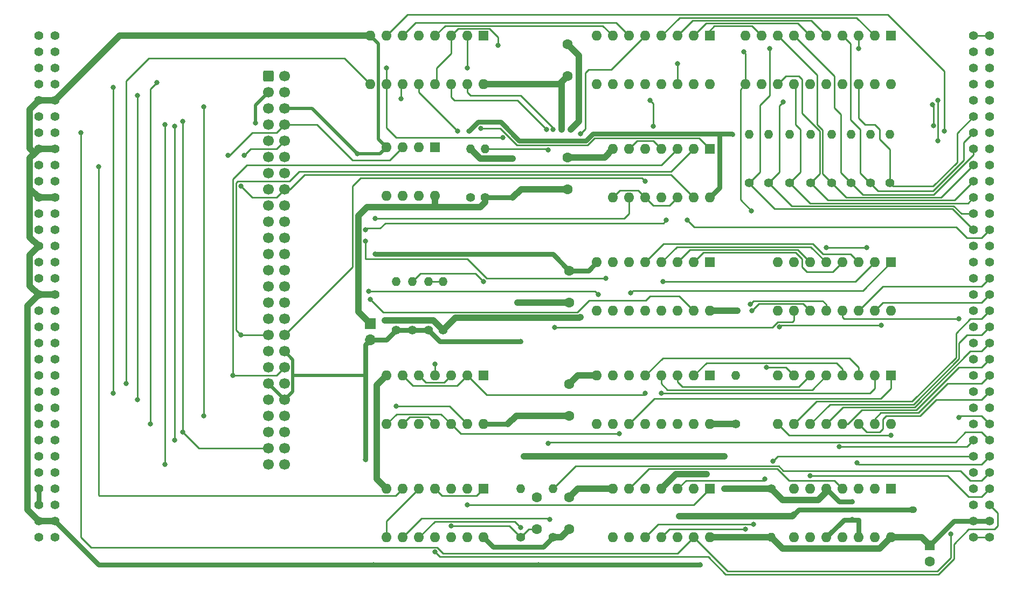
<source format=gbr>
%TF.GenerationSoftware,KiCad,Pcbnew,7.0.8-7.0.8~ubuntu23.04.1*%
%TF.CreationDate,2023-10-12T07:50:54+02:00*%
%TF.ProjectId,databoard_5076,64617461-626f-4617-9264-5f353037362e,v1.01*%
%TF.SameCoordinates,Original*%
%TF.FileFunction,Copper,L1,Top*%
%TF.FilePolarity,Positive*%
%FSLAX46Y46*%
G04 Gerber Fmt 4.6, Leading zero omitted, Abs format (unit mm)*
G04 Created by KiCad (PCBNEW 7.0.8-7.0.8~ubuntu23.04.1) date 2023-10-12 07:50:54*
%MOMM*%
%LPD*%
G01*
G04 APERTURE LIST*
G04 Aperture macros list*
%AMRoundRect*
0 Rectangle with rounded corners*
0 $1 Rounding radius*
0 $2 $3 $4 $5 $6 $7 $8 $9 X,Y pos of 4 corners*
0 Add a 4 corners polygon primitive as box body*
4,1,4,$2,$3,$4,$5,$6,$7,$8,$9,$2,$3,0*
0 Add four circle primitives for the rounded corners*
1,1,$1+$1,$2,$3*
1,1,$1+$1,$4,$5*
1,1,$1+$1,$6,$7*
1,1,$1+$1,$8,$9*
0 Add four rect primitives between the rounded corners*
20,1,$1+$1,$2,$3,$4,$5,0*
20,1,$1+$1,$4,$5,$6,$7,0*
20,1,$1+$1,$6,$7,$8,$9,0*
20,1,$1+$1,$8,$9,$2,$3,0*%
G04 Aperture macros list end*
%TA.AperFunction,ComponentPad*%
%ADD10R,1.600000X1.600000*%
%TD*%
%TA.AperFunction,ComponentPad*%
%ADD11O,1.600000X1.600000*%
%TD*%
%TA.AperFunction,ComponentPad*%
%ADD12C,1.400000*%
%TD*%
%TA.AperFunction,ComponentPad*%
%ADD13O,1.400000X1.400000*%
%TD*%
%TA.AperFunction,ComponentPad*%
%ADD14C,1.600000*%
%TD*%
%TA.AperFunction,ComponentPad*%
%ADD15C,1.422400*%
%TD*%
%TA.AperFunction,ComponentPad*%
%ADD16RoundRect,0.250000X-0.600000X-0.600000X0.600000X-0.600000X0.600000X0.600000X-0.600000X0.600000X0*%
%TD*%
%TA.AperFunction,ComponentPad*%
%ADD17C,1.700000*%
%TD*%
%TA.AperFunction,ComponentPad*%
%ADD18R,1.700000X1.700000*%
%TD*%
%TA.AperFunction,ComponentPad*%
%ADD19O,1.700000X1.700000*%
%TD*%
%TA.AperFunction,ViaPad*%
%ADD20C,0.800000*%
%TD*%
%TA.AperFunction,Conductor*%
%ADD21C,0.250000*%
%TD*%
%TA.AperFunction,Conductor*%
%ADD22C,0.750000*%
%TD*%
%TA.AperFunction,Conductor*%
%ADD23C,1.000000*%
%TD*%
%TA.AperFunction,Conductor*%
%ADD24C,0.500000*%
%TD*%
G04 APERTURE END LIST*
D10*
%TO.P,U7,1,D0*%
%TO.N,Net-(U4-D0)*%
X155702000Y-91186000D03*
D11*
%TO.P,U7,2,~{Q0}*%
%TO.N,Net-(U7-~{Q0})*%
X153162000Y-91186000D03*
%TO.P,U7,3,Q0*%
%TO.N,Net-(U7-Q0)*%
X150622000Y-91186000D03*
%TO.P,U7,4,E01*%
%TO.N,Net-(U7-E01)*%
X148082000Y-91186000D03*
%TO.P,U7,5,Q1*%
%TO.N,Net-(U7-Q1)*%
X145542000Y-91186000D03*
%TO.P,U7,6,~{Q1}*%
%TO.N,unconnected-(U7-~{Q1}-Pad6)*%
X143002000Y-91186000D03*
%TO.P,U7,7,D1*%
%TO.N,/XA2*%
X140462000Y-91186000D03*
%TO.P,U7,8,GND*%
%TO.N,GND*%
X137922000Y-91186000D03*
%TO.P,U7,9,D2*%
%TO.N,/XA1*%
X137922000Y-98806000D03*
%TO.P,U7,10,~{Q2}*%
%TO.N,unconnected-(U7-~{Q2}-Pad10)*%
X140462000Y-98806000D03*
%TO.P,U7,11,Q2*%
%TO.N,Net-(U7-Q2)*%
X143002000Y-98806000D03*
%TO.P,U7,12,E23*%
%TO.N,Net-(U7-E01)*%
X145542000Y-98806000D03*
%TO.P,U7,13,Q3*%
%TO.N,Net-(U7-Q3)*%
X148082000Y-98806000D03*
%TO.P,U7,14,~{Q3}*%
%TO.N,unconnected-(U7-~{Q3}-Pad14)*%
X150622000Y-98806000D03*
%TO.P,U7,15,D3*%
%TO.N,/XA0*%
X153162000Y-98806000D03*
%TO.P,U7,16,VCC*%
%TO.N,VCC*%
X155702000Y-98806000D03*
%TD*%
D12*
%TO.P,R9,1*%
%TO.N,VCC*%
X159766000Y-116586000D03*
D13*
%TO.P,R9,2*%
%TO.N,Net-(U4-D0)*%
X159766000Y-108966000D03*
%TD*%
D12*
%TO.P,R9E1,1*%
%TO.N,/~{INT3}*%
X171546000Y-78740000D03*
D13*
%TO.P,R9E1,2*%
%TO.N,VCC*%
X171546000Y-71120000D03*
%TD*%
D10*
%TO.P,U11,1*%
%TO.N,Net-(U11-Pad1)*%
X120142000Y-126746000D03*
D11*
%TO.P,U11,2*%
%TO.N,Net-(U9A-~{R})*%
X117602000Y-126746000D03*
%TO.P,U11,3*%
%TO.N,Net-(C7-Pad1)*%
X115062000Y-126746000D03*
%TO.P,U11,4*%
%TO.N,Net-(U11-Pad1)*%
X112522000Y-126746000D03*
%TO.P,U11,5*%
%TO.N,Net-(U11-Pad5)*%
X109982000Y-126746000D03*
%TO.P,U11,6*%
%TO.N,/~{DMARQ}*%
X107442000Y-126746000D03*
%TO.P,U11,7,GND*%
%TO.N,GND*%
X104902000Y-126746000D03*
%TO.P,U11,8*%
%TO.N,Net-(U11-Pad5)*%
X104902000Y-134366000D03*
%TO.P,U11,9*%
%TO.N,/~{TRRQ}*%
X107442000Y-134366000D03*
%TO.P,U11,10*%
%TO.N,Net-(R1-Pad2)*%
X109982000Y-134366000D03*
%TO.P,U11,11*%
%TO.N,/~{PREN}*%
X112522000Y-134366000D03*
%TO.P,U11,12*%
%TO.N,Net-(U11-Pad12)*%
X115062000Y-134366000D03*
%TO.P,U11,13*%
%TO.N,Net-(U12-I4)*%
X117602000Y-134366000D03*
%TO.P,U11,14,VCC*%
%TO.N,VCC*%
X120142000Y-134366000D03*
%TD*%
D12*
%TO.P,R1,1*%
%TO.N,Net-(C7-Pad1)*%
X125984000Y-134366000D03*
D13*
%TO.P,R1,2*%
%TO.N,Net-(R1-Pad2)*%
X125984000Y-126746000D03*
%TD*%
D12*
%TO.P,R9F1,1*%
%TO.N,/~{INT2}*%
X168244000Y-78740000D03*
D13*
%TO.P,R9F1,2*%
%TO.N,VCC*%
X168244000Y-71120000D03*
%TD*%
D12*
%TO.P,R2,1*%
%TO.N,VCC*%
X131064000Y-134366000D03*
D13*
%TO.P,R2,2*%
%TO.N,/~{TRRQ}*%
X131064000Y-126746000D03*
%TD*%
D12*
%TO.P,R9G1,1*%
%TO.N,/~{INT1}*%
X164942000Y-78740000D03*
D13*
%TO.P,R9G1,2*%
%TO.N,VCC*%
X164942000Y-71120000D03*
%TD*%
D10*
%TO.P,U14,1,OE*%
%TO.N,GND*%
X184150000Y-55626000D03*
D11*
%TO.P,U14,2,O0*%
%TO.N,Net-(U13-I7)*%
X181610000Y-55626000D03*
%TO.P,U14,3,D0*%
%TO.N,/~{INT0}*%
X179070000Y-55626000D03*
%TO.P,U14,4,D1*%
%TO.N,/~{INT6}*%
X176530000Y-55626000D03*
%TO.P,U14,5,O1*%
%TO.N,Net-(U13-I6)*%
X173990000Y-55626000D03*
%TO.P,U14,6,O2*%
%TO.N,Net-(U13-I5)*%
X171450000Y-55626000D03*
%TO.P,U14,7,D2*%
%TO.N,/~{INT5}*%
X168910000Y-55626000D03*
%TO.P,U14,8,D3*%
%TO.N,/~{INT4}*%
X166370000Y-55626000D03*
%TO.P,U14,9,O3*%
%TO.N,Net-(U13-I4)*%
X163830000Y-55626000D03*
%TO.P,U14,10,GND*%
%TO.N,GND*%
X161290000Y-55626000D03*
%TO.P,U14,11,LE*%
%TO.N,Net-(U12-OEa)*%
X161290000Y-63246000D03*
%TO.P,U14,12,O4*%
%TO.N,Net-(U13-I3)*%
X163830000Y-63246000D03*
%TO.P,U14,13,D4*%
%TO.N,/~{INT3}*%
X166370000Y-63246000D03*
%TO.P,U14,14,D5*%
%TO.N,/~{INT2}*%
X168910000Y-63246000D03*
%TO.P,U14,15,O5*%
%TO.N,Net-(U13-I2)*%
X171450000Y-63246000D03*
%TO.P,U14,16,O6*%
%TO.N,Net-(U13-I1)*%
X173990000Y-63246000D03*
%TO.P,U14,17,D6*%
%TO.N,/~{INT1}*%
X176530000Y-63246000D03*
%TO.P,U14,18,D7*%
%TO.N,/~{INT7}*%
X179070000Y-63246000D03*
%TO.P,U14,19,O7*%
%TO.N,Net-(U13-IO)*%
X181610000Y-63246000D03*
%TO.P,U14,20,VCC*%
%TO.N,VCC*%
X184150000Y-63246000D03*
%TD*%
D10*
%TO.P,C6,1*%
%TO.N,VCC*%
X190246000Y-135636000D03*
D14*
%TO.P,C6,2*%
%TO.N,GND*%
X190246000Y-138136000D03*
%TD*%
D12*
%TO.P,R6,1*%
%TO.N,GND*%
X113792000Y-101854000D03*
D13*
%TO.P,R6,2*%
%TO.N,Net-(U5-COMREF)*%
X113792000Y-94234000D03*
%TD*%
D12*
%TO.P,R9C1,1*%
%TO.N,/~{INT5}*%
X177896000Y-78740000D03*
D13*
%TO.P,R9C1,2*%
%TO.N,VCC*%
X177896000Y-71120000D03*
%TD*%
D12*
%TO.P,R9B1,1*%
%TO.N,/~{INT6}*%
X180944000Y-78740000D03*
D13*
%TO.P,R9B1,2*%
%TO.N,VCC*%
X180944000Y-71120000D03*
%TD*%
D10*
%TO.P,U12,1,OEa*%
%TO.N,Net-(U12-OEa)*%
X120142000Y-55626000D03*
D11*
%TO.P,U12,2,I1*%
%TO.N,Net-(U12-I1)*%
X117602000Y-55626000D03*
%TO.P,U12,3,O1a*%
%TO.N,/D1*%
X115062000Y-55626000D03*
%TO.P,U12,4,I2*%
%TO.N,Net-(U12-I2)*%
X112522000Y-55626000D03*
%TO.P,U12,5,O2a*%
%TO.N,/D2*%
X109982000Y-55626000D03*
%TO.P,U12,6,I3*%
%TO.N,Net-(U12-I3)*%
X107442000Y-55626000D03*
%TO.P,U12,7,O3a*%
%TO.N,/D3*%
X104902000Y-55626000D03*
%TO.P,U12,8,GND*%
%TO.N,GND*%
X102362000Y-55626000D03*
%TO.P,U12,9,O4a*%
%TO.N,/D0*%
X102362000Y-63246000D03*
%TO.P,U12,10,I4*%
%TO.N,Net-(U12-I4)*%
X104902000Y-63246000D03*
%TO.P,U12,11,O5b*%
%TO.N,/D0*%
X107442000Y-63246000D03*
%TO.P,U12,12,I5*%
%TO.N,/~{PREN}*%
X109982000Y-63246000D03*
%TO.P,U12,13,O6b*%
%TO.N,/D1*%
X112522000Y-63246000D03*
%TO.P,U12,14,I6*%
%TO.N,/~{R{slash}W}*%
X115062000Y-63246000D03*
%TO.P,U12,15,OEb*%
%TO.N,Net-(U12-OEb)*%
X117602000Y-63246000D03*
%TO.P,U12,16,VCC*%
%TO.N,VCC*%
X120142000Y-63246000D03*
%TD*%
D10*
%TO.P,U6,1*%
%TO.N,Net-(U11-Pad12)*%
X155702000Y-73406000D03*
D11*
%TO.P,U6,2*%
%TO.N,/~{BUSINT}*%
X153162000Y-73406000D03*
%TO.P,U6,3*%
%TO.N,/XA7*%
X150622000Y-73406000D03*
%TO.P,U6,4*%
%TO.N,Net-(U4-D0)*%
X148082000Y-73406000D03*
%TO.P,U6,5*%
%TO.N,/XA6*%
X145542000Y-73406000D03*
%TO.P,U6,6*%
%TO.N,Net-(U4-D0)*%
X143002000Y-73406000D03*
%TO.P,U6,7,GND*%
%TO.N,GND*%
X140462000Y-73406000D03*
%TO.P,U6,8*%
%TO.N,Net-(U4-D0)*%
X140462000Y-81026000D03*
%TO.P,U6,9*%
%TO.N,/XA5*%
X143002000Y-81026000D03*
%TO.P,U6,10*%
%TO.N,Net-(U4-D0)*%
X145542000Y-81026000D03*
%TO.P,U6,11*%
%TO.N,/XA4*%
X148082000Y-81026000D03*
%TO.P,U6,12*%
%TO.N,Net-(U4-D0)*%
X150622000Y-81026000D03*
%TO.P,U6,13*%
%TO.N,/XA3*%
X153162000Y-81026000D03*
%TO.P,U6,14,VCC*%
%TO.N,VCC*%
X155702000Y-81026000D03*
%TD*%
D14*
%TO.P,C2,1*%
%TO.N,VCC*%
X133604000Y-115276000D03*
%TO.P,C2,2*%
%TO.N,GND*%
X133604000Y-110276000D03*
%TD*%
D12*
%TO.P,R10,1*%
%TO.N,+5V*%
X165354000Y-126746000D03*
D13*
%TO.P,R10,2*%
%TO.N,VCC*%
X165354000Y-134366000D03*
%TD*%
D14*
%TO.P,C5,1*%
%TO.N,VCC*%
X133350000Y-61936000D03*
%TO.P,C5,2*%
%TO.N,GND*%
X133350000Y-56936000D03*
%TD*%
D15*
%TO.P,X2,A1,1*%
%TO.N,/-12V*%
X199644000Y-55626000D03*
%TO.P,X2,A2,2*%
%TO.N,GND*%
X199644000Y-58166000D03*
%TO.P,X2,A3,3*%
%TO.N,/~{BPCLK}*%
X199644000Y-60706000D03*
%TO.P,X2,A4,4*%
%TO.N,/GNDB*%
X199644000Y-63246000D03*
%TO.P,X2,A5,5*%
%TO.N,/~{INT}*%
X199644000Y-65786000D03*
%TO.P,X2,A6,6*%
%TO.N,/D7*%
X199644000Y-68326000D03*
%TO.P,X2,A7,7*%
%TO.N,/D6*%
X199644000Y-70866000D03*
%TO.P,X2,A8,8*%
%TO.N,/D5*%
X199644000Y-73406000D03*
%TO.P,X2,A9,9*%
%TO.N,/D4*%
X199644000Y-75946000D03*
%TO.P,X2,A10,10*%
%TO.N,/D3*%
X199644000Y-78486000D03*
%TO.P,X2,A11,11*%
%TO.N,/D2*%
X199644000Y-81026000D03*
%TO.P,X2,A12,12*%
%TO.N,/D1*%
X199644000Y-83566000D03*
%TO.P,X2,A13,13*%
%TO.N,/D0*%
X199644000Y-86106000D03*
%TO.P,X2,A14,14*%
%TO.N,/~{CSB}*%
X199644000Y-88646000D03*
%TO.P,X2,A15,15*%
%TO.N,/~{BUSRST}*%
X199644000Y-91186000D03*
%TO.P,X2,A16,16*%
%TO.N,/~{STAT}*%
X199644000Y-93726000D03*
%TO.P,X2,A17,17*%
%TO.N,/~{INP}*%
X199644000Y-96266000D03*
%TO.P,X2,A18,18*%
%TO.N,/~{C4}*%
X199644000Y-98806000D03*
%TO.P,X2,A19,19*%
%TO.N,/~{C3}*%
X199644000Y-101346000D03*
%TO.P,X2,A20,20*%
%TO.N,/~{C2}*%
X199644000Y-103886000D03*
%TO.P,X2,A21,21*%
%TO.N,/~{C1}*%
X199644000Y-106426000D03*
%TO.P,X2,A22,22*%
%TO.N,/~{OUT}*%
X199644000Y-108966000D03*
%TO.P,X2,A23,23*%
%TO.N,/~{CS}*%
X199644000Y-111506000D03*
%TO.P,X2,A24,24*%
%TO.N,/~{NMI}*%
X199644000Y-114046000D03*
%TO.P,X2,A25,25*%
%TO.N,/~{OPS}*%
X199644000Y-116586000D03*
%TO.P,X2,A26,26*%
%TO.N,/~{R{slash}W}*%
X199644000Y-119126000D03*
%TO.P,X2,A27,27*%
%TO.N,/~{TREN}*%
X199644000Y-121666000D03*
%TO.P,X2,A28,28*%
%TO.N,/~{TRRQ}*%
X199644000Y-124206000D03*
%TO.P,X2,A29,29*%
%TO.N,/~{PRAC}*%
X199644000Y-126746000D03*
%TO.P,X2,A30,30*%
%TO.N,/~{PREN}*%
X199644000Y-129286000D03*
%TO.P,X2,A31,31*%
%TO.N,VCC*%
X199644000Y-131826000D03*
%TO.P,X2,A32,32*%
%TO.N,/12V*%
X199644000Y-134366000D03*
%TO.P,X2,B1,1*%
%TO.N,/-12V*%
X197104000Y-55626000D03*
%TO.P,X2,B2,2*%
%TO.N,GND*%
X197104000Y-58166000D03*
%TO.P,X2,B3,3*%
%TO.N,/~{XMEMWR}*%
X197104000Y-60706000D03*
%TO.P,X2,B4,4*%
%TO.N,/~{XMEMFL}*%
X197104000Y-63246000D03*
%TO.P,X2,B5,5*%
%TO.N,/3MHz*%
X197104000Y-65786000D03*
%TO.P,X2,B6,6*%
%TO.N,/~{INT7}*%
X197104000Y-68326000D03*
%TO.P,X2,B7,7*%
%TO.N,/~{INT6}*%
X197104000Y-70866000D03*
%TO.P,X2,B8,8*%
%TO.N,/~{INT5}*%
X197104000Y-73406000D03*
%TO.P,X2,B9,9*%
%TO.N,/~{INT4}*%
X197104000Y-75946000D03*
%TO.P,X2,B10,10*%
%TO.N,/~{INT3}*%
X197104000Y-78486000D03*
%TO.P,X2,B11,11*%
%TO.N,/~{INT2}*%
X197104000Y-81026000D03*
%TO.P,X2,B12,12*%
%TO.N,/~{INT1}*%
X197104000Y-83566000D03*
%TO.P,X2,B13,13*%
%TO.N,/~{INT0}*%
X197104000Y-86106000D03*
%TO.P,X2,B14,14*%
%TO.N,/~{XCSB2}*%
X197104000Y-88646000D03*
%TO.P,X2,B15,15*%
%TO.N,/~{XCSB3}*%
X197104000Y-91186000D03*
%TO.P,X2,B16,16*%
%TO.N,/~{XCSB4}*%
X197104000Y-93726000D03*
%TO.P,X2,B17,17*%
%TO.N,/~{XCSB5}*%
X197104000Y-96266000D03*
%TO.P,X2,B18,18*%
%TO.N,/A11*%
X197104000Y-98806000D03*
%TO.P,X2,B19,19*%
%TO.N,/A10*%
X197104000Y-101346000D03*
%TO.P,X2,B20,20*%
%TO.N,/A9*%
X197104000Y-103886000D03*
%TO.P,X2,B21,21*%
%TO.N,/~{EXP}*%
X197104000Y-106426000D03*
%TO.P,X2,B22,22*%
%TO.N,/~{BUSEN}*%
X197104000Y-108966000D03*
%TO.P,X2,B23,23*%
%TO.N,/~{DSTB}*%
X197104000Y-111506000D03*
%TO.P,X2,B24,24*%
%TO.N,/A5*%
X197104000Y-114046000D03*
%TO.P,X2,B25,25*%
%TO.N,/A4*%
X197104000Y-116586000D03*
%TO.P,X2,B26,26*%
%TO.N,/~{STRINP}*%
X197104000Y-119126000D03*
%TO.P,X2,B27,27*%
%TO.N,/~{STR_OUT}*%
X197104000Y-121666000D03*
%TO.P,X2,B28,28*%
%TO.N,/A1*%
X197104000Y-124206000D03*
%TO.P,X2,B29,29*%
%TO.N,/A0*%
X197104000Y-126746000D03*
%TO.P,X2,B30,30*%
%TO.N,/~{DIRW{slash}R}*%
X197104000Y-129286000D03*
%TO.P,X2,B31,31*%
%TO.N,VCC*%
X197104000Y-131826000D03*
%TO.P,X2,B32,32*%
%TO.N,/12V*%
X197104000Y-134366000D03*
%TD*%
D12*
%TO.P,R3,1*%
%TO.N,+5V*%
X106426000Y-101854000D03*
D13*
%TO.P,R3,2*%
%TO.N,/~{XINPSTB}*%
X106426000Y-94234000D03*
%TD*%
D12*
%TO.P,R9H1,1*%
%TO.N,/~{INT0}*%
X161894000Y-78740000D03*
D13*
%TO.P,R9H1,2*%
%TO.N,VCC*%
X161894000Y-71120000D03*
%TD*%
D16*
%TO.P,J3,1,Pin_1*%
%TO.N,unconnected-(J3-Pin_1-Pad1)*%
X86360000Y-61976000D03*
D17*
%TO.P,J3,2,Pin_2*%
%TO.N,unconnected-(J3-Pin_2-Pad2)*%
X88900000Y-61976000D03*
%TO.P,J3,3,Pin_3*%
%TO.N,GND*%
X86360000Y-64516000D03*
%TO.P,J3,4,Pin_4*%
%TO.N,unconnected-(J3-Pin_4-Pad4)*%
X88900000Y-64516000D03*
%TO.P,J3,5,Pin_5*%
%TO.N,/~{XINPSTB}*%
X86360000Y-67056000D03*
%TO.P,J3,6,Pin_6*%
%TO.N,GND*%
X88900000Y-67056000D03*
%TO.P,J3,7,Pin_7*%
%TO.N,unconnected-(J3-Pin_7-Pad7)*%
X86360000Y-69596000D03*
%TO.P,J3,8,Pin_8*%
%TO.N,/~{XOUTSTB}*%
X88900000Y-69596000D03*
%TO.P,J3,9,Pin_9*%
%TO.N,GND*%
X86360000Y-72136000D03*
%TO.P,J3,10,Pin_10*%
%TO.N,/~{BUSRST}*%
X88900000Y-72136000D03*
%TO.P,J3,11,Pin_11*%
%TO.N,unconnected-(J3-Pin_11-Pad11)*%
X86360000Y-74676000D03*
%TO.P,J3,12,Pin_12*%
%TO.N,GND*%
X88900000Y-74676000D03*
%TO.P,J3,13,Pin_13*%
%TO.N,/XA5*%
X86360000Y-77216000D03*
%TO.P,J3,14,Pin_14*%
%TO.N,/~{DMARQ}*%
X88900000Y-77216000D03*
%TO.P,J3,15,Pin_15*%
%TO.N,GND*%
X86360000Y-79756000D03*
%TO.P,J3,16,Pin_16*%
%TO.N,/XA3*%
X88900000Y-79756000D03*
%TO.P,J3,17,Pin_17*%
%TO.N,/XA4*%
X86360000Y-82296000D03*
%TO.P,J3,18,Pin_18*%
%TO.N,GND*%
X88900000Y-82296000D03*
%TO.P,J3,19,Pin_19*%
%TO.N,unconnected-(J3-Pin_19-Pad19)*%
X86360000Y-84836000D03*
%TO.P,J3,20,Pin_20*%
%TO.N,/XA2*%
X88900000Y-84836000D03*
%TO.P,J3,21,Pin_21*%
%TO.N,GND*%
X86360000Y-87376000D03*
%TO.P,J3,22,Pin_22*%
%TO.N,unconnected-(J3-Pin_22-Pad22)*%
X88900000Y-87376000D03*
%TO.P,J3,23,Pin_23*%
%TO.N,unconnected-(J3-Pin_23-Pad23)*%
X86360000Y-89916000D03*
%TO.P,J3,24,Pin_24*%
%TO.N,GND*%
X88900000Y-89916000D03*
%TO.P,J3,25,Pin_25*%
%TO.N,unconnected-(J3-Pin_25-Pad25)*%
X86360000Y-92456000D03*
%TO.P,J3,26,Pin_26*%
%TO.N,unconnected-(J3-Pin_26-Pad26)*%
X88900000Y-92456000D03*
%TO.P,J3,27,Pin_27*%
%TO.N,GND*%
X86360000Y-94996000D03*
%TO.P,J3,28,Pin_28*%
%TO.N,unconnected-(J3-Pin_28-Pad28)*%
X88900000Y-94996000D03*
%TO.P,J3,29,Pin_29*%
%TO.N,unconnected-(J3-Pin_29-Pad29)*%
X86360000Y-97536000D03*
%TO.P,J3,30,Pin_30*%
%TO.N,GND*%
X88900000Y-97536000D03*
%TO.P,J3,31,Pin_31*%
%TO.N,/XA1*%
X86360000Y-100076000D03*
%TO.P,J3,32,Pin_32*%
%TO.N,unconnected-(J3-Pin_32-Pad32)*%
X88900000Y-100076000D03*
%TO.P,J3,33,Pin_33*%
%TO.N,/~{BUSINT}*%
X86360000Y-102616000D03*
%TO.P,J3,34,Pin_34*%
%TO.N,/XA6*%
X88900000Y-102616000D03*
%TO.P,J3,35,Pin_35*%
%TO.N,/XA0*%
X86360000Y-105156000D03*
%TO.P,J3,36,Pin_36*%
%TO.N,+5V*%
X88900000Y-105156000D03*
%TO.P,J3,37,Pin_37*%
%TO.N,/D0*%
X86360000Y-107696000D03*
%TO.P,J3,38,Pin_38*%
%TO.N,/XA7*%
X88900000Y-107696000D03*
%TO.P,J3,39,Pin_39*%
%TO.N,+5V*%
X86360000Y-110236000D03*
%TO.P,J3,40,Pin_40*%
%TO.N,/D2*%
X88900000Y-110236000D03*
%TO.P,J3,41,Pin_41*%
%TO.N,/D1*%
X86360000Y-112776000D03*
%TO.P,J3,42,Pin_42*%
%TO.N,+5V*%
X88900000Y-112776000D03*
%TO.P,J3,43,Pin_43*%
%TO.N,/D4*%
X86360000Y-115316000D03*
%TO.P,J3,44,Pin_44*%
%TO.N,/D3*%
X88900000Y-115316000D03*
%TO.P,J3,45,Pin_45*%
%TO.N,unconnected-(J3-Pin_45-Pad45)*%
X86360000Y-117856000D03*
%TO.P,J3,46,Pin_46*%
%TO.N,/D6*%
X88900000Y-117856000D03*
%TO.P,J3,47,Pin_47*%
%TO.N,/D5*%
X86360000Y-120396000D03*
%TO.P,J3,48,Pin_48*%
%TO.N,unconnected-(J3-Pin_48-Pad48)*%
X88900000Y-120396000D03*
%TO.P,J3,49,Pin_49*%
%TO.N,/D7*%
X86360000Y-122936000D03*
%TO.P,J3,50,Pin_50*%
%TO.N,unconnected-(J3-Pin_50-Pad50)*%
X88900000Y-122936000D03*
%TD*%
D18*
%TO.P,J1,1,Pin_1*%
%TO.N,VCC*%
X102362000Y-100838000D03*
D19*
%TO.P,J1,2,Pin_2*%
%TO.N,+5V*%
X102362000Y-103378000D03*
%TD*%
D12*
%TO.P,R8,1*%
%TO.N,VCC*%
X120396000Y-81026000D03*
D13*
%TO.P,R8,2*%
%TO.N,/~{R{slash}W}*%
X120396000Y-73406000D03*
%TD*%
D14*
%TO.P,C1,1*%
%TO.N,VCC*%
X133604000Y-133056000D03*
%TO.P,C1,2*%
%TO.N,GND*%
X133604000Y-128056000D03*
%TD*%
D12*
%TO.P,R9A1,1*%
%TO.N,/~{INT7}*%
X183992000Y-78740000D03*
D13*
%TO.P,R9A1,2*%
%TO.N,VCC*%
X183992000Y-71120000D03*
%TD*%
D15*
%TO.P,X1,A1,1*%
%TO.N,unconnected-(X1A-1-PadA1)*%
X50292000Y-134366000D03*
%TO.P,X1,A2,2*%
%TO.N,GND*%
X50292000Y-131826000D03*
%TO.P,X1,A3,3*%
%TO.N,+5V*%
X50292000Y-129286000D03*
%TO.P,X1,A4,4*%
X50292000Y-126746000D03*
%TO.P,X1,A5,5*%
%TO.N,unconnected-(X1A-5-PadA5)*%
X50292000Y-124206000D03*
%TO.P,X1,A6,6*%
%TO.N,/D7*%
X50292000Y-121666000D03*
%TO.P,X1,A7,7*%
%TO.N,/D5*%
X50292000Y-119126000D03*
%TO.P,X1,A8,8*%
%TO.N,/D4*%
X50292000Y-116586000D03*
%TO.P,X1,A9,9*%
%TO.N,/D1*%
X50292000Y-114046000D03*
%TO.P,X1,A10,10*%
%TO.N,unconnected-(X1A-10-PadA10)*%
X50292000Y-111506000D03*
%TO.P,X1,A11,11*%
%TO.N,/D0*%
X50292000Y-108966000D03*
%TO.P,X1,A12,12*%
%TO.N,/XA0*%
X50292000Y-106426000D03*
%TO.P,X1,A13,13*%
%TO.N,/~{BUSINT}*%
X50292000Y-103886000D03*
%TO.P,X1,A14,14*%
%TO.N,/XA1*%
X50292000Y-101346000D03*
%TO.P,X1,A15,15*%
%TO.N,unconnected-(X1A-15-PadA15)*%
X50292000Y-98806000D03*
%TO.P,X1,A16,16*%
%TO.N,GND*%
X50292000Y-96266000D03*
%TO.P,X1,A17,17*%
%TO.N,unconnected-(X1A-17-PadA17)*%
X50292000Y-93726000D03*
%TO.P,X1,A18,18*%
%TO.N,unconnected-(X1A-18-PadA18)*%
X50292000Y-91186000D03*
%TO.P,X1,A19,19*%
%TO.N,GND*%
X50292000Y-88646000D03*
%TO.P,X1,A20,20*%
%TO.N,unconnected-(X1A-20-PadA20)*%
X50292000Y-86106000D03*
%TO.P,X1,A21,21*%
%TO.N,/XA4*%
X50292000Y-83566000D03*
%TO.P,X1,A22,22*%
%TO.N,GND*%
X50292000Y-81026000D03*
%TO.P,X1,A23,23*%
%TO.N,unconnected-(X1A-23-PadA23)*%
X50292000Y-78486000D03*
%TO.P,X1,A24,24*%
%TO.N,/XA5*%
X50292000Y-75946000D03*
%TO.P,X1,A25,25*%
%TO.N,GND*%
X50292000Y-73406000D03*
%TO.P,X1,A26,26*%
%TO.N,unconnected-(X1A-26-PadA26)*%
X50292000Y-70866000D03*
%TO.P,X1,A27,27*%
%TO.N,unconnected-(X1A-27-PadA27)*%
X50292000Y-68326000D03*
%TO.P,X1,A28,28*%
%TO.N,GND*%
X50292000Y-65786000D03*
%TO.P,X1,A29,29*%
%TO.N,unconnected-(X1A-29-PadA29)*%
X50292000Y-63246000D03*
%TO.P,X1,A30,30*%
%TO.N,unconnected-(X1A-30-PadA30)*%
X50292000Y-60706000D03*
%TO.P,X1,A31,31*%
%TO.N,VCC*%
X50292000Y-58166000D03*
%TO.P,X1,A32,32*%
%TO.N,/~{XINPSTB}*%
X50292000Y-55626000D03*
%TO.P,X1,B1,1*%
%TO.N,unconnected-(X1B-1-PadB1)*%
X52832000Y-134366000D03*
%TO.P,X1,B2,2*%
%TO.N,GND*%
X52832000Y-131826000D03*
%TO.P,X1,B3,3*%
%TO.N,unconnected-(X1B-3-PadB3)*%
X52832000Y-129286000D03*
%TO.P,X1,B4,4*%
%TO.N,unconnected-(X1B-4-PadB4)*%
X52832000Y-126746000D03*
%TO.P,X1,B5,5*%
%TO.N,unconnected-(X1B-5-PadB5)*%
X52832000Y-124206000D03*
%TO.P,X1,B6,6*%
%TO.N,unconnected-(X1B-6-PadB6)*%
X52832000Y-121666000D03*
%TO.P,X1,B7,7*%
%TO.N,/D6*%
X52832000Y-119126000D03*
%TO.P,X1,B8,8*%
%TO.N,/D3*%
X52832000Y-116586000D03*
%TO.P,X1,B9,9*%
%TO.N,unconnected-(X1B-9-PadB9)*%
X52832000Y-114046000D03*
%TO.P,X1,B10,10*%
%TO.N,/D2*%
X52832000Y-111506000D03*
%TO.P,X1,B11,11*%
%TO.N,/XA7*%
X52832000Y-108966000D03*
%TO.P,X1,B12,12*%
%TO.N,unconnected-(X1B-12-PadB12)*%
X52832000Y-106426000D03*
%TO.P,X1,B13,13*%
%TO.N,/XA6*%
X52832000Y-103886000D03*
%TO.P,X1,B14,14*%
%TO.N,unconnected-(X1B-14-PadB14)*%
X52832000Y-101346000D03*
%TO.P,X1,B15,15*%
%TO.N,unconnected-(X1B-15-PadB15)*%
X52832000Y-98806000D03*
%TO.P,X1,B16,16*%
%TO.N,GND*%
X52832000Y-96266000D03*
%TO.P,X1,B17,17*%
%TO.N,unconnected-(X1B-17-PadB17)*%
X52832000Y-93726000D03*
%TO.P,X1,B18,18*%
%TO.N,unconnected-(X1B-18-PadB18)*%
X52832000Y-91186000D03*
%TO.P,X1,B19,19*%
%TO.N,GND*%
X52832000Y-88646000D03*
%TO.P,X1,B20,20*%
%TO.N,/XA2*%
X52832000Y-86106000D03*
%TO.P,X1,B21,21*%
%TO.N,unconnected-(X1B-21-PadB21)*%
X52832000Y-83566000D03*
%TO.P,X1,B22,22*%
%TO.N,GND*%
X52832000Y-81026000D03*
%TO.P,X1,B23,23*%
%TO.N,/XA3*%
X52832000Y-78486000D03*
%TO.P,X1,B24,24*%
%TO.N,/~{DMARQ}*%
X52832000Y-75946000D03*
%TO.P,X1,B25,25*%
%TO.N,GND*%
X52832000Y-73406000D03*
%TO.P,X1,B26,26*%
%TO.N,/~{BUSRST}*%
X52832000Y-70866000D03*
%TO.P,X1,B27,27*%
%TO.N,/~{XOUTSTB}*%
X52832000Y-68326000D03*
%TO.P,X1,B28,28*%
%TO.N,GND*%
X52832000Y-65786000D03*
%TO.P,X1,B29,29*%
%TO.N,unconnected-(X1B-29-PadB29)*%
X52832000Y-63246000D03*
%TO.P,X1,B30,30*%
%TO.N,unconnected-(X1B-30-PadB30)*%
X52832000Y-60706000D03*
%TO.P,X1,B31,31*%
%TO.N,VCC*%
X52832000Y-58166000D03*
%TO.P,X1,B32,32*%
%TO.N,unconnected-(X1B-32-PadB32)*%
X52832000Y-55626000D03*
%TD*%
D10*
%TO.P,U8,1,A0*%
%TO.N,Net-(U7-Q2)*%
X184150000Y-91186000D03*
D11*
%TO.P,U8,2,A1*%
%TO.N,Net-(U7-Q3)*%
X181610000Y-91186000D03*
%TO.P,U8,3,A2*%
%TO.N,Net-(U7-Q1)*%
X179070000Y-91186000D03*
%TO.P,U8,4,~{E1}*%
%TO.N,Net-(U7-~{Q0})*%
X176530000Y-91186000D03*
%TO.P,U8,5,~{E2}*%
%TO.N,Net-(U7-E01)*%
X173990000Y-91186000D03*
%TO.P,U8,6,E3*%
%TO.N,Net-(U7-Q0)*%
X171450000Y-91186000D03*
%TO.P,U8,7,~{Y7}*%
%TO.N,Net-(U12-OEa)*%
X168910000Y-91186000D03*
%TO.P,U8,8,GND*%
%TO.N,GND*%
X166370000Y-91186000D03*
%TO.P,U8,9,~{Y6}*%
%TO.N,Net-(U8-~{Y6})*%
X166370000Y-98806000D03*
%TO.P,U8,10,~{Y5}*%
%TO.N,Net-(U12-OEb)*%
X168910000Y-98806000D03*
%TO.P,U8,11,~{Y4}*%
%TO.N,Net-(U8-~{Y4})*%
X171450000Y-98806000D03*
%TO.P,U8,12,~{Y3}*%
%TO.N,Net-(U8-~{Y3})*%
X173990000Y-98806000D03*
%TO.P,U8,13,~{Y2}*%
%TO.N,/~{OPS}*%
X176530000Y-98806000D03*
%TO.P,U8,14,~{Y1}*%
%TO.N,/~{STAT}*%
X179070000Y-98806000D03*
%TO.P,U8,15,~{Y0}*%
%TO.N,/~{INP}*%
X181610000Y-98806000D03*
%TO.P,U8,16,VCC*%
%TO.N,VCC*%
X184150000Y-98806000D03*
%TD*%
D10*
%TO.P,U5,1,1OUT*%
%TO.N,Net-(U5-1OUT)*%
X112522000Y-73162000D03*
D11*
%TO.P,U5,2,COMSTRB*%
%TO.N,GND*%
X109982000Y-73162000D03*
%TO.P,U5,3,1LINE*%
%TO.N,/~{XOUTSTB}*%
X107442000Y-73162000D03*
%TO.P,U5,4,GND*%
%TO.N,GND*%
X104902000Y-73162000D03*
%TO.P,U5,5,2LINE*%
%TO.N,/~{XINPSTB}*%
X104902000Y-80782000D03*
%TO.P,U5,6,COMREF*%
%TO.N,Net-(U5-COMREF)*%
X107442000Y-80782000D03*
%TO.P,U5,7,2OUT*%
%TO.N,Net-(U5-2OUT)*%
X109982000Y-80782000D03*
%TO.P,U5,8,VCC*%
%TO.N,VCC*%
X112522000Y-80782000D03*
%TD*%
D12*
%TO.P,R9D1,1*%
%TO.N,/~{INT4}*%
X174848000Y-78740000D03*
D13*
%TO.P,R9D1,2*%
%TO.N,VCC*%
X174848000Y-71120000D03*
%TD*%
D10*
%TO.P,U3,1,A0*%
%TO.N,Net-(U3-A0)*%
X184150000Y-108966000D03*
D11*
%TO.P,U3,2,A1*%
%TO.N,Net-(U3-A1)*%
X181610000Y-108966000D03*
%TO.P,U3,3,A2*%
%TO.N,Net-(U3-A2)*%
X179070000Y-108966000D03*
%TO.P,U3,4,~{E1}*%
%TO.N,Net-(U3-~{E1})*%
X176530000Y-108966000D03*
%TO.P,U3,5,~{E2}*%
%TO.N,Net-(U3-~{E2})*%
X173990000Y-108966000D03*
%TO.P,U3,6,E3*%
%TO.N,Net-(U3-E3)*%
X171450000Y-108966000D03*
%TO.P,U3,7,~{Y7}*%
%TO.N,Net-(U3-~{Y7})*%
X168910000Y-108966000D03*
%TO.P,U3,8,GND*%
%TO.N,GND*%
X166370000Y-108966000D03*
%TO.P,U3,9,~{Y6}*%
%TO.N,Net-(U3-~{Y6})*%
X166370000Y-116586000D03*
%TO.P,U3,10,~{Y5}*%
%TO.N,/~{C4}*%
X168910000Y-116586000D03*
%TO.P,U3,11,~{Y4}*%
%TO.N,/~{C3}*%
X171450000Y-116586000D03*
%TO.P,U3,12,~{Y3}*%
%TO.N,/~{C2}*%
X173990000Y-116586000D03*
%TO.P,U3,13,~{Y2}*%
%TO.N,/~{C1}*%
X176530000Y-116586000D03*
%TO.P,U3,14,~{Y1}*%
%TO.N,/~{CS}*%
X179070000Y-116586000D03*
%TO.P,U3,15,~{Y0}*%
%TO.N,/~{OUT}*%
X181610000Y-116586000D03*
%TO.P,U3,16,VCC*%
%TO.N,VCC*%
X184150000Y-116586000D03*
%TD*%
D10*
%TO.P,U13,1,I4*%
%TO.N,Net-(U13-I4)*%
X155702000Y-55626000D03*
D11*
%TO.P,U13,2,I5*%
%TO.N,Net-(U13-I5)*%
X153162000Y-55626000D03*
%TO.P,U13,3,I6*%
%TO.N,Net-(U13-I6)*%
X150622000Y-55626000D03*
%TO.P,U13,4,I7*%
%TO.N,Net-(U13-I7)*%
X148082000Y-55626000D03*
%TO.P,U13,5,EI*%
%TO.N,Net-(U13-EI)*%
X145542000Y-55626000D03*
%TO.P,U13,6,S2*%
%TO.N,Net-(U12-I3)*%
X143002000Y-55626000D03*
%TO.P,U13,7,S1*%
%TO.N,Net-(U12-I2)*%
X140462000Y-55626000D03*
%TO.P,U13,8,GND*%
%TO.N,GND*%
X137922000Y-55626000D03*
%TO.P,U13,9,S0*%
%TO.N,Net-(U12-I1)*%
X137922000Y-63246000D03*
%TO.P,U13,10,IO*%
%TO.N,Net-(U13-IO)*%
X140462000Y-63246000D03*
%TO.P,U13,11,I1*%
%TO.N,Net-(U13-I1)*%
X143002000Y-63246000D03*
%TO.P,U13,12,I2*%
%TO.N,Net-(U13-I2)*%
X145542000Y-63246000D03*
%TO.P,U13,13,I3*%
%TO.N,Net-(U13-I3)*%
X148082000Y-63246000D03*
%TO.P,U13,14,GS*%
%TO.N,Net-(U12-I4)*%
X150622000Y-63246000D03*
%TO.P,U13,15,EO*%
%TO.N,unconnected-(U13-EO-Pad15)*%
X153162000Y-63246000D03*
%TO.P,U13,16,VCC*%
%TO.N,VCC*%
X155702000Y-63246000D03*
%TD*%
D12*
%TO.P,R4,1*%
%TO.N,+5V*%
X108966000Y-101854000D03*
D13*
%TO.P,R4,2*%
%TO.N,/~{XOUTSTB}*%
X108966000Y-94234000D03*
%TD*%
D10*
%TO.P,U2,1*%
%TO.N,Net-(U3-~{Y6})*%
X184150000Y-126746000D03*
D11*
%TO.P,U2,2*%
%TO.N,Net-(U8-~{Y6})*%
X181610000Y-126746000D03*
%TO.P,U2,3*%
%TO.N,/~{TREN}*%
X179070000Y-126746000D03*
%TO.P,U2,4*%
%TO.N,Net-(U9A-~{Q})*%
X176530000Y-126746000D03*
%TO.P,U2,5*%
%TO.N,+5V*%
X173990000Y-126746000D03*
%TO.P,U2,6*%
%TO.N,/~{PRAC}*%
X171450000Y-126746000D03*
%TO.P,U2,7,GND*%
%TO.N,GND*%
X168910000Y-126746000D03*
%TO.P,U2,8*%
%TO.N,/~{STR_OUT}*%
X168910000Y-134366000D03*
%TO.P,U2,9*%
%TO.N,Net-(U3-~{E2})*%
X171450000Y-134366000D03*
%TO.P,U2,10*%
%TO.N,+5V*%
X173990000Y-134366000D03*
%TO.P,U2,11*%
%TO.N,/~{STRINP}*%
X176530000Y-134366000D03*
%TO.P,U2,12*%
%TO.N,+5V*%
X179070000Y-134366000D03*
%TO.P,U2,13*%
%TO.N,Net-(U7-E01)*%
X181610000Y-134366000D03*
%TO.P,U2,14,VCC*%
%TO.N,VCC*%
X184150000Y-134366000D03*
%TD*%
D10*
%TO.P,U4,1,D0*%
%TO.N,Net-(U4-D0)*%
X155702000Y-108966000D03*
D11*
%TO.P,U4,2,~{Q0}*%
%TO.N,Net-(U3-~{E1})*%
X153162000Y-108966000D03*
%TO.P,U4,3,Q0*%
%TO.N,Net-(U3-E3)*%
X150622000Y-108966000D03*
%TO.P,U4,4,E01*%
%TO.N,Net-(U3-~{E2})*%
X148082000Y-108966000D03*
%TO.P,U4,5,Q1*%
%TO.N,Net-(U3-A2)*%
X145542000Y-108966000D03*
%TO.P,U4,6,~{Q1}*%
%TO.N,unconnected-(U4-~{Q1}-Pad6)*%
X143002000Y-108966000D03*
%TO.P,U4,7,D1*%
%TO.N,/XA2*%
X140462000Y-108966000D03*
%TO.P,U4,8,GND*%
%TO.N,GND*%
X137922000Y-108966000D03*
%TO.P,U4,9,D2*%
%TO.N,/XA1*%
X137922000Y-116586000D03*
%TO.P,U4,10,~{Q2}*%
%TO.N,unconnected-(U4-~{Q2}-Pad10)*%
X140462000Y-116586000D03*
%TO.P,U4,11,Q2*%
%TO.N,Net-(U3-A0)*%
X143002000Y-116586000D03*
%TO.P,U4,12,E23*%
%TO.N,Net-(U3-~{E2})*%
X145542000Y-116586000D03*
%TO.P,U4,13,Q3*%
%TO.N,Net-(U3-A1)*%
X148082000Y-116586000D03*
%TO.P,U4,14,~{Q3}*%
%TO.N,unconnected-(U4-~{Q3}-Pad14)*%
X150622000Y-116586000D03*
%TO.P,U4,15,D3*%
%TO.N,/XA0*%
X153162000Y-116586000D03*
%TO.P,U4,16,VCC*%
%TO.N,VCC*%
X155702000Y-116586000D03*
%TD*%
D10*
%TO.P,U9,1,~{R}*%
%TO.N,Net-(U9A-~{R})*%
X155702000Y-126746000D03*
D11*
%TO.P,U9,2,D*%
%TO.N,/D0*%
X153162000Y-126746000D03*
%TO.P,U9,3,C*%
%TO.N,Net-(U3-~{Y7})*%
X150622000Y-126746000D03*
%TO.P,U9,4,~{S}*%
%TO.N,VCC*%
X148082000Y-126746000D03*
%TO.P,U9,5,Q*%
%TO.N,unconnected-(U9A-Q-Pad5)*%
X145542000Y-126746000D03*
%TO.P,U9,6,~{Q}*%
%TO.N,Net-(U9A-~{Q})*%
X143002000Y-126746000D03*
%TO.P,U9,7,GND*%
%TO.N,GND*%
X140462000Y-126746000D03*
%TO.P,U9,8,~{Q}*%
%TO.N,Net-(U13-EI)*%
X140462000Y-134366000D03*
%TO.P,U9,9,Q*%
%TO.N,unconnected-(U9B-Q-Pad9)*%
X143002000Y-134366000D03*
%TO.P,U9,10,~{S}*%
%TO.N,Net-(U8-~{Y3})*%
X145542000Y-134366000D03*
%TO.P,U9,11,C*%
%TO.N,Net-(U8-~{Y4})*%
X148082000Y-134366000D03*
%TO.P,U9,12,D*%
%TO.N,GND*%
X150622000Y-134366000D03*
%TO.P,U9,13,~{R}*%
%TO.N,/~{BUSRST}*%
X153162000Y-134366000D03*
%TO.P,U9,14,VCC*%
%TO.N,VCC*%
X155702000Y-134366000D03*
%TD*%
D14*
%TO.P,C7,1*%
%TO.N,Net-(C7-Pad1)*%
X128524000Y-133096000D03*
%TO.P,C7,2*%
%TO.N,GND*%
X128524000Y-128096000D03*
%TD*%
D10*
%TO.P,U1,1*%
%TO.N,/~{XOUTSTB}*%
X120142000Y-108966000D03*
D11*
%TO.P,U1,2*%
%TO.N,Net-(U3-~{E2})*%
X117602000Y-108966000D03*
%TO.P,U1,3*%
%TO.N,Net-(U1-Pad3)*%
X115062000Y-108966000D03*
%TO.P,U1,4*%
%TO.N,Net-(U5-1OUT)*%
X112522000Y-108966000D03*
%TO.P,U1,5*%
%TO.N,Net-(U1-Pad3)*%
X109982000Y-108966000D03*
%TO.P,U1,6*%
%TO.N,Net-(U3-~{E2})*%
X107442000Y-108966000D03*
%TO.P,U1,7,GND*%
%TO.N,GND*%
X104902000Y-108966000D03*
%TO.P,U1,8*%
%TO.N,Net-(U7-E01)*%
X104902000Y-116586000D03*
%TO.P,U1,9*%
%TO.N,Net-(U1-Pad11)*%
X107442000Y-116586000D03*
%TO.P,U1,10*%
%TO.N,Net-(U5-2OUT)*%
X109982000Y-116586000D03*
%TO.P,U1,11*%
%TO.N,Net-(U1-Pad11)*%
X112522000Y-116586000D03*
%TO.P,U1,12*%
%TO.N,Net-(U7-E01)*%
X115062000Y-116586000D03*
%TO.P,U1,13*%
%TO.N,/~{XINPSTB}*%
X117602000Y-116586000D03*
%TO.P,U1,14,VCC*%
%TO.N,VCC*%
X120142000Y-116586000D03*
%TD*%
D14*
%TO.P,C3,1*%
%TO.N,VCC*%
X133604000Y-97496000D03*
%TO.P,C3,2*%
%TO.N,GND*%
X133604000Y-92496000D03*
%TD*%
D12*
%TO.P,R5,1*%
%TO.N,+5V*%
X111506000Y-101854000D03*
D13*
%TO.P,R5,2*%
%TO.N,Net-(U5-COMREF)*%
X111506000Y-94234000D03*
%TD*%
D14*
%TO.P,C4,1*%
%TO.N,VCC*%
X133350000Y-79716000D03*
%TO.P,C4,2*%
%TO.N,GND*%
X133350000Y-74716000D03*
%TD*%
D12*
%TO.P,R7,1*%
%TO.N,/~{PREN}*%
X118110000Y-81026000D03*
D13*
%TO.P,R7,2*%
%TO.N,VCC*%
X118110000Y-73406000D03*
%TD*%
D20*
%TO.N,Net-(U5-1OUT)*%
X112522000Y-107188000D03*
%TO.N,/~{BUSRST}*%
X56896000Y-70865992D03*
X82550000Y-74422000D03*
X193562933Y-133874702D03*
%TO.N,/D0*%
X64008012Y-110236000D03*
X146812000Y-69850000D03*
X107188000Y-65532000D03*
X152146000Y-84582000D03*
X146304000Y-65786000D03*
%TO.N,/D2*%
X61976000Y-63754000D03*
X61976000Y-111760000D03*
X190642292Y-66412006D03*
X190791000Y-69769213D03*
%TO.N,/D1*%
X191516000Y-72136000D03*
X191516000Y-65786000D03*
X65786000Y-65024000D03*
X122428000Y-57150000D03*
X65785992Y-112776000D03*
%TO.N,/D4*%
X76200004Y-115315996D03*
X76200000Y-66802000D03*
%TO.N,Net-(U3-~{Y6})*%
X184145347Y-118359347D03*
%TO.N,Net-(U8-~{Y6})*%
X182626000Y-101092000D03*
X166624000Y-101346000D03*
%TO.N,Net-(U7-E01)*%
X180340000Y-88899998D03*
X173990005Y-88899995D03*
X141478000Y-118110000D03*
%TO.N,/D3*%
X67818000Y-116586000D03*
X192536653Y-70607347D03*
X68833996Y-62992000D03*
%TO.N,/D6*%
X71627980Y-119126000D03*
X71628000Y-69850000D03*
%TO.N,/D5*%
X72898000Y-69088014D03*
X72898000Y-117856000D03*
%TO.N,/D7*%
X70104000Y-69596000D03*
X70103990Y-122935998D03*
%TO.N,/~{PREN}*%
X116077996Y-70612000D03*
X112522000Y-136652000D03*
%TO.N,/~{R{slash}W}*%
X130321881Y-73524000D03*
X130048000Y-70358014D03*
X130302000Y-119634000D03*
%TO.N,VCC*%
X124714000Y-74930000D03*
X117856000Y-70612000D03*
X159258014Y-71120000D03*
X125476007Y-97535993D03*
X132418003Y-70358000D03*
X124714000Y-81026000D03*
X160020000Y-98806000D03*
X101854000Y-82550000D03*
X123952000Y-116586000D03*
X155194000Y-124460000D03*
%TO.N,Net-(U12-OEb)*%
X131064000Y-70358000D03*
X131318000Y-101435000D03*
%TO.N,/~{INT1}*%
X167232532Y-66044000D03*
%TO.N,Net-(U3-~{E2})*%
X145542000Y-111760000D03*
%TO.N,/~{INT0}*%
X165100000Y-57658000D03*
X179070000Y-57658000D03*
%TO.N,/~{TREN}*%
X178816000Y-122682000D03*
%TO.N,/~{PRAC}*%
X171450000Y-124714000D03*
%TO.N,Net-(U12-OEa)*%
X161036000Y-58166000D03*
X162243362Y-83104222D03*
%TO.N,Net-(U3-A1)*%
X148082000Y-111760000D03*
%TO.N,Net-(R1-Pad2)*%
X125984000Y-132842000D03*
%TO.N,GND*%
X128778000Y-138684000D03*
X168910000Y-130810000D03*
X84328000Y-69342000D03*
X133858000Y-70357992D03*
X104648000Y-100330000D03*
X102870000Y-138684000D03*
X150876000Y-131064000D03*
X100330000Y-74168000D03*
X103124000Y-89916000D03*
X187706000Y-130048000D03*
X154177985Y-138683987D03*
X135382000Y-99822000D03*
%TO.N,/~{STR_OUT}*%
X165608000Y-122428000D03*
%TO.N,Net-(C7-Pad1)*%
X115062000Y-132588000D03*
%TO.N,/~{STRINP}*%
X176022000Y-120142000D03*
%TO.N,+5V*%
X157988000Y-126746000D03*
X101600000Y-122174000D03*
X125984000Y-103632010D03*
X178054000Y-128778000D03*
X157988000Y-121666000D03*
X126492000Y-121666000D03*
X178054000Y-131572000D03*
%TO.N,Net-(U7-Q2)*%
X143256000Y-96012000D03*
%TO.N,Net-(U7-Q3)*%
X148340653Y-94238653D03*
%TO.N,Net-(U3-~{Y7})*%
X164338000Y-125226653D03*
X164592000Y-107695990D03*
%TO.N,Net-(U11-Pad12)*%
X119690478Y-70156382D03*
%TO.N,Net-(U9A-~{R})*%
X117602000Y-129286000D03*
%TO.N,Net-(U8-~{Y4})*%
X161290000Y-133096000D03*
X162306000Y-98806000D03*
%TO.N,Net-(U8-~{Y3})*%
X162555347Y-132329347D03*
X162052000Y-97743299D03*
%TO.N,/~{OPS}*%
X194818000Y-100076000D03*
X194818000Y-115570000D03*
%TO.N,Net-(U13-EI)*%
X135404994Y-70997450D03*
%TO.N,Net-(U12-I1)*%
X117602000Y-60706000D03*
%TO.N,Net-(U12-I4)*%
X104902000Y-60706000D03*
X150621999Y-60045000D03*
X123190000Y-71628000D03*
%TO.N,/~{XINPSTB}*%
X106426000Y-113792000D03*
%TO.N,/~{XOUTSTB}*%
X120142000Y-94234000D03*
X80010000Y-74422000D03*
%TO.N,/XA5*%
X103124000Y-84328000D03*
%TO.N,/~{DMARQ}*%
X59690000Y-76200000D03*
%TO.N,/XA3*%
X82046653Y-79243347D03*
%TO.N,/XA4*%
X148844000Y-84582000D03*
X101600000Y-86106000D03*
%TO.N,/XA1*%
X138176000Y-96266000D03*
X102108000Y-95758000D03*
%TO.N,/~{BUSINT}*%
X82042000Y-102616000D03*
%TO.N,/XA6*%
X145542000Y-78485994D03*
%TO.N,/XA0*%
X102362000Y-97028000D03*
%TO.N,/XA7*%
X80776784Y-108966000D03*
%TO.N,/XA2*%
X101600000Y-87884000D03*
X139337000Y-93725994D03*
%TO.N,/~{TRRQ}*%
X130556000Y-131572000D03*
%TD*%
D21*
%TO.N,Net-(U5-COMREF)*%
X113792000Y-94234000D02*
X111506000Y-94234000D01*
%TO.N,Net-(U5-1OUT)*%
X112522000Y-108966000D02*
X112522000Y-107188000D01*
%TO.N,/~{BUSRST}*%
X158496000Y-139700000D02*
X191389000Y-139700000D01*
X87630000Y-73406000D02*
X88900000Y-72136000D01*
X191389000Y-139700000D02*
X193562933Y-137526067D01*
X112822305Y-135927000D02*
X58457000Y-135927000D01*
X150622000Y-136906000D02*
X113801305Y-136906000D01*
X193562933Y-137526067D02*
X193562933Y-133874702D01*
X113801305Y-136906000D02*
X112822305Y-135927000D01*
X56896000Y-134366000D02*
X56896000Y-70865992D01*
X58457000Y-135927000D02*
X56896000Y-134366000D01*
X83566000Y-73406000D02*
X87630000Y-73406000D01*
X82550000Y-74422000D02*
X83566000Y-73406000D01*
X153162000Y-134366000D02*
X158496000Y-139700000D01*
X153162000Y-134366000D02*
X150622000Y-136906000D01*
%TO.N,/D0*%
X98298000Y-59182000D02*
X67564000Y-59182000D01*
X67564000Y-59182000D02*
X64008000Y-62738000D01*
X64008000Y-110235988D02*
X64008012Y-110236000D01*
X64008000Y-62738000D02*
X64008000Y-110235988D01*
X146812000Y-66294000D02*
X146812000Y-69850000D01*
X196088000Y-87376000D02*
X198374000Y-87376000D01*
X146304000Y-65786000D02*
X146812000Y-66294000D01*
X107188000Y-65532000D02*
X107188000Y-63500000D01*
X107188000Y-63500000D02*
X107442000Y-63246000D01*
X152146000Y-84582000D02*
X153208305Y-85644305D01*
X102362000Y-63246000D02*
X98298000Y-59182000D01*
X153208305Y-85644305D02*
X194356305Y-85644305D01*
X194356305Y-85644305D02*
X196088000Y-87376000D01*
X198374000Y-87376000D02*
X199644000Y-86106000D01*
%TO.N,/D2*%
X190791000Y-69769213D02*
X190791000Y-66560714D01*
X190791000Y-66560714D02*
X190642292Y-66412006D01*
X61976000Y-63754000D02*
X61976000Y-111760000D01*
%TO.N,/D1*%
X65786000Y-112776008D02*
X65785992Y-112776000D01*
X121076620Y-54501000D02*
X122428000Y-55852380D01*
X112776000Y-60706000D02*
X112776000Y-62992000D01*
X115062000Y-55626000D02*
X115062000Y-58420000D01*
X115062000Y-55626000D02*
X116187000Y-54501000D01*
X65786000Y-65024000D02*
X65786000Y-113030000D01*
X116187000Y-54501000D02*
X121076620Y-54501000D01*
X115062000Y-58420000D02*
X112776000Y-60706000D01*
X191516000Y-72136000D02*
X191516000Y-65786000D01*
X65786000Y-113030000D02*
X65786000Y-112776008D01*
X122428000Y-55852380D02*
X122428000Y-57150000D01*
X112776000Y-62992000D02*
X112522000Y-63246000D01*
%TO.N,/D4*%
X76200000Y-71628000D02*
X76200000Y-66802000D01*
X76200000Y-115315992D02*
X76200000Y-71628000D01*
X76200004Y-115315996D02*
X76200000Y-115315992D01*
%TO.N,Net-(U3-~{Y6})*%
X168143347Y-118359347D02*
X184145347Y-118359347D01*
X166370000Y-116586000D02*
X168143347Y-118359347D01*
%TO.N,Net-(U8-~{Y6})*%
X182626000Y-101092000D02*
X166878000Y-101092000D01*
X166878000Y-101092000D02*
X166624000Y-101346000D01*
%TO.N,Net-(U7-E01)*%
X113487000Y-115011000D02*
X115062000Y-116586000D01*
X141478000Y-118110000D02*
X116586000Y-118110000D01*
X148082000Y-91186000D02*
X150506000Y-88762000D01*
X116586000Y-118110000D02*
X115062000Y-116586000D01*
X171566000Y-88762000D02*
X173990000Y-91186000D01*
X106477000Y-115011000D02*
X113487000Y-115011000D01*
X150506000Y-88762000D02*
X171566000Y-88762000D01*
X173990005Y-88899995D02*
X180339997Y-88899995D01*
X180339997Y-88899995D02*
X180340000Y-88899998D01*
X104902000Y-116586000D02*
X106477000Y-115011000D01*
%TO.N,Net-(U1-Pad11)*%
X107442000Y-116586000D02*
X108567000Y-115461000D01*
X111397000Y-115461000D02*
X112522000Y-116586000D01*
X108567000Y-115461000D02*
X111397000Y-115461000D01*
%TO.N,/D3*%
X183642000Y-52324000D02*
X192536653Y-61218653D01*
X104902000Y-55626000D02*
X108204000Y-52324000D01*
X108204000Y-52324000D02*
X183642000Y-52324000D01*
X192536653Y-61218653D02*
X192536653Y-70607347D01*
X67818000Y-64007996D02*
X68833996Y-62992000D01*
X67818000Y-116586000D02*
X67818000Y-64007996D01*
%TO.N,/D6*%
X71627980Y-69850020D02*
X71628000Y-69850000D01*
X71627980Y-119126000D02*
X71627980Y-69850020D01*
%TO.N,/D5*%
X72898000Y-117856000D02*
X72898000Y-69088014D01*
X72898000Y-117856000D02*
X75438000Y-120396000D01*
X75438000Y-120396000D02*
X86360000Y-120396000D01*
%TO.N,/D7*%
X70103992Y-122936000D02*
X69976990Y-122808998D01*
X69976990Y-122808998D02*
X70103990Y-122935998D01*
X70104000Y-122935988D02*
X70103990Y-122935998D01*
X70104000Y-69596000D02*
X70104000Y-122935988D01*
%TO.N,/~{PREN}*%
X200914000Y-132588000D02*
X200406000Y-133096000D01*
X200914000Y-130556000D02*
X200914000Y-132588000D01*
X196342000Y-133096000D02*
X194012933Y-135425067D01*
X109982000Y-63246000D02*
X109982000Y-64516004D01*
X113284000Y-137414000D02*
X112522000Y-136652000D01*
X155448000Y-137414000D02*
X113284000Y-137414000D01*
X199644000Y-129286000D02*
X200914000Y-130556000D01*
X109982000Y-64516004D02*
X116077996Y-70612000D01*
X200406000Y-133096000D02*
X196342000Y-133096000D01*
X194012933Y-135425067D02*
X194012933Y-137712463D01*
X194012933Y-137712463D02*
X191575396Y-140150000D01*
X191575396Y-140150000D02*
X158184000Y-140150000D01*
X158184000Y-140150000D02*
X155448000Y-137414000D01*
%TO.N,/~{R{slash}W}*%
X120396000Y-73406000D02*
X130203881Y-73406000D01*
X195834000Y-117856000D02*
X194273000Y-119417000D01*
X199644000Y-119126000D02*
X198374000Y-117856000D01*
X115062000Y-65278000D02*
X115570000Y-65786000D01*
X125475986Y-65786000D02*
X130048000Y-70358014D01*
X115062000Y-63246000D02*
X115062000Y-65278000D01*
X115570000Y-65786000D02*
X125475986Y-65786000D01*
X194273000Y-119417000D02*
X130519000Y-119417000D01*
X130519000Y-119417000D02*
X130302000Y-119634000D01*
X130203881Y-73406000D02*
X130321881Y-73524000D01*
X198374000Y-117856000D02*
X195834000Y-117856000D01*
%TO.N,/~{INT7}*%
X179070000Y-63246000D02*
X179070000Y-68580000D01*
X182372000Y-71882000D02*
X183992000Y-73502000D01*
X181610000Y-69596000D02*
X182372000Y-70358000D01*
X183992000Y-73502000D02*
X183992000Y-78740000D01*
X190754000Y-79248000D02*
X194527000Y-75475000D01*
X179070000Y-68580000D02*
X180086000Y-69596000D01*
X182372000Y-70358000D02*
X182372000Y-71882000D01*
X184500000Y-79248000D02*
X190754000Y-79248000D01*
X180086000Y-69596000D02*
X181610000Y-69596000D01*
X194527000Y-75475000D02*
X194527000Y-70903000D01*
X194527000Y-70903000D02*
X197104000Y-68326000D01*
X183992000Y-78740000D02*
X184500000Y-79248000D01*
%TO.N,/~{INT6}*%
X179324000Y-77216000D02*
X180848000Y-78740000D01*
X190754000Y-80010000D02*
X182118000Y-80010000D01*
X176530000Y-55626000D02*
X177800000Y-56896000D01*
X180944000Y-78836000D02*
X180944000Y-78740000D01*
X180848000Y-78740000D02*
X180944000Y-78740000D01*
X182118000Y-80010000D02*
X180944000Y-78836000D01*
X197104000Y-70866000D02*
X195580000Y-72390000D01*
X195580000Y-75184000D02*
X190754000Y-80010000D01*
X177800000Y-56896000D02*
X177800000Y-68822722D01*
X177800000Y-68822722D02*
X179324000Y-70346722D01*
X179324000Y-70346722D02*
X179324000Y-77216000D01*
X195580000Y-72390000D02*
X195580000Y-75184000D01*
D22*
%TO.N,VCC*%
X124714000Y-81026000D02*
X120396000Y-81026000D01*
D23*
X100500000Y-98976000D02*
X100500000Y-83904000D01*
X184150000Y-134366000D02*
X188975998Y-134366000D01*
X167132000Y-136144000D02*
X182372000Y-136144000D01*
X155702000Y-134366000D02*
X165354000Y-134366000D01*
X100500000Y-83904000D02*
X101854000Y-82550000D01*
D21*
X137454053Y-71120000D02*
X137320053Y-70986000D01*
X194056002Y-131826000D02*
X190246000Y-135636002D01*
D22*
X159124000Y-70986000D02*
X137320053Y-70986000D01*
X194056000Y-131826000D02*
X190246000Y-135636000D01*
D23*
X126024000Y-79716000D02*
X124714000Y-81026000D01*
X120396000Y-81026000D02*
X120396000Y-81788000D01*
X119634000Y-82550000D02*
X112143104Y-82550000D01*
X132418003Y-62867997D02*
X132418003Y-70358000D01*
X119634000Y-74930000D02*
X124714000Y-74930000D01*
X120142000Y-63246000D02*
X132040000Y-63246000D01*
X112522000Y-80782000D02*
X112522000Y-82171104D01*
D22*
X199644000Y-131826000D02*
X197104000Y-131826000D01*
D23*
X188975998Y-134366000D02*
X190246000Y-135636002D01*
D22*
X120142000Y-134366000D02*
X121666000Y-135890000D01*
X119286619Y-69181382D02*
X122812382Y-69181382D01*
X159258000Y-71120000D02*
X159258014Y-71120000D01*
D23*
X120396000Y-81788000D02*
X119634000Y-82550000D01*
D22*
X157226000Y-79502000D02*
X157226000Y-71120000D01*
X159258000Y-71120000D02*
X159124000Y-70986000D01*
D23*
X133350000Y-79716000D02*
X126024000Y-79716000D01*
X118110000Y-73406000D02*
X119634000Y-74930000D01*
D22*
X117856000Y-70612000D02*
X119286619Y-69181382D01*
D23*
X148082000Y-126746000D02*
X150368000Y-124460000D01*
D21*
X157226000Y-71120000D02*
X137454053Y-71120000D01*
D23*
X102362000Y-100838000D02*
X100500000Y-98976000D01*
D22*
X155702000Y-81026000D02*
X157226000Y-79502000D01*
D21*
X197104000Y-131826000D02*
X194056002Y-131826000D01*
D23*
X182372000Y-136144000D02*
X184150000Y-134366000D01*
X125516000Y-97496000D02*
X125476007Y-97535993D01*
X132040000Y-63246000D02*
X133350000Y-61936000D01*
X155702000Y-98806000D02*
X160020000Y-98806000D01*
D22*
X123952000Y-116586000D02*
X120142000Y-116586000D01*
D23*
X131064000Y-134366000D02*
X132294000Y-134366000D01*
X112522000Y-82171104D02*
X112143104Y-82550000D01*
D21*
X157226000Y-71120000D02*
X159258000Y-71120000D01*
D23*
X165354000Y-134366000D02*
X167132000Y-136144000D01*
D22*
X121666000Y-135890000D02*
X129540000Y-135890000D01*
D23*
X123952000Y-116586000D02*
X125262000Y-115276000D01*
X133604000Y-97496000D02*
X125516000Y-97496000D01*
D22*
X136207053Y-72099000D02*
X137320053Y-70986000D01*
D23*
X132294000Y-134366000D02*
X133604000Y-133056000D01*
D22*
X122812382Y-69181382D02*
X125730000Y-72099000D01*
X125730000Y-72099000D02*
X136207053Y-72099000D01*
D23*
X112143104Y-82550000D02*
X101854000Y-82550000D01*
X150368000Y-124460000D02*
X155194000Y-124460000D01*
D22*
X197104000Y-131826000D02*
X194056000Y-131826000D01*
D23*
X155702000Y-116586000D02*
X159766000Y-116586000D01*
X133350000Y-61936000D02*
X132418003Y-62867997D01*
X125262000Y-115276000D02*
X133604000Y-115276000D01*
D22*
X129540000Y-135890000D02*
X131064000Y-134366000D01*
D21*
%TO.N,/~{INT4}*%
X197104000Y-75946000D02*
X192046000Y-81004000D01*
X173424000Y-77316000D02*
X174848000Y-78740000D01*
X172575000Y-61831000D02*
X172575000Y-69576604D01*
X177112000Y-81004000D02*
X174848000Y-78740000D01*
X173424000Y-70425604D02*
X173424000Y-77316000D01*
X166370000Y-55626000D02*
X172575000Y-61831000D01*
X172575000Y-69576604D02*
X173424000Y-70425604D01*
X192046000Y-81004000D02*
X177112000Y-81004000D01*
%TO.N,/~{INT3}*%
X172974000Y-70612000D02*
X172974000Y-77312000D01*
X167640000Y-61976000D02*
X169672000Y-61976000D01*
X194136000Y-81454000D02*
X174260000Y-81454000D01*
X169672000Y-61976000D02*
X170180000Y-62484000D01*
X166370000Y-63246000D02*
X167640000Y-61976000D01*
X170180000Y-67818000D02*
X172974000Y-70612000D01*
X172974000Y-77312000D02*
X171546000Y-78740000D01*
X174260000Y-81454000D02*
X171546000Y-78740000D01*
X170180000Y-62484000D02*
X170180000Y-67818000D01*
X197104000Y-78486000D02*
X194136000Y-81454000D01*
%TO.N,/~{INT2}*%
X171408000Y-81904000D02*
X196226000Y-81904000D01*
X169926000Y-77058000D02*
X169926000Y-70358000D01*
X169164000Y-63500000D02*
X168910000Y-63246000D01*
X169164000Y-69596000D02*
X169164000Y-63500000D01*
X196226000Y-81904000D02*
X197104000Y-81026000D01*
X168910000Y-63246000D02*
X168665000Y-63491000D01*
X168244000Y-78740000D02*
X171408000Y-81904000D01*
X168244000Y-78740000D02*
X169926000Y-77058000D01*
X169926000Y-70358000D02*
X169164000Y-69596000D01*
%TO.N,Net-(U12-OEb)*%
X117602000Y-63246000D02*
X117602000Y-64516000D01*
X117602000Y-64516000D02*
X118110000Y-65024000D01*
X168910000Y-98806000D02*
X168910000Y-100330000D01*
X125984000Y-65024000D02*
X131064000Y-70104000D01*
X168910000Y-100330000D02*
X168656000Y-100584000D01*
X166332000Y-100584000D02*
X165481000Y-101435000D01*
X118110000Y-65024000D02*
X125984000Y-65024000D01*
X165481000Y-101435000D02*
X131318000Y-101435000D01*
X131064000Y-70104000D02*
X131064000Y-70358000D01*
X168656000Y-100584000D02*
X166332000Y-100584000D01*
%TO.N,/~{INT1}*%
X166624000Y-77058000D02*
X166624000Y-66652532D01*
X197104000Y-83566000D02*
X195200396Y-83566000D01*
X195200396Y-83566000D02*
X193988396Y-82354000D01*
X164942000Y-78740000D02*
X166624000Y-77058000D01*
X168556000Y-82354000D02*
X164942000Y-78740000D01*
X166624000Y-66652532D02*
X167232532Y-66044000D01*
X193988396Y-82354000D02*
X168556000Y-82354000D01*
%TO.N,Net-(U4-D0)*%
X141587000Y-79901000D02*
X144417000Y-79901000D01*
X144417000Y-79901000D02*
X145542000Y-81026000D01*
X149352000Y-82296000D02*
X150622000Y-81026000D01*
X145542000Y-81026000D02*
X146812000Y-82296000D01*
X146812000Y-72136000D02*
X148082000Y-73406000D01*
X146812000Y-82296000D02*
X149352000Y-82296000D01*
X144272000Y-72136000D02*
X146812000Y-72136000D01*
X143002000Y-73406000D02*
X144272000Y-72136000D01*
X140462000Y-81026000D02*
X141587000Y-79901000D01*
%TO.N,Net-(U3-~{E2})*%
X148082000Y-110236000D02*
X149040000Y-111194000D01*
X145288000Y-112014000D02*
X145542000Y-111760000D01*
X117602000Y-108966000D02*
X120650000Y-112014000D01*
X149040000Y-111194000D02*
X171762000Y-111194000D01*
X116027000Y-110541000D02*
X117602000Y-108966000D01*
X120650000Y-112014000D02*
X145288000Y-112014000D01*
X109017000Y-110541000D02*
X116027000Y-110541000D01*
X171762000Y-111194000D02*
X173990000Y-108966000D01*
X107442000Y-108966000D02*
X109017000Y-110541000D01*
X148082000Y-108966000D02*
X148082000Y-110236000D01*
%TO.N,/~{INT0}*%
X161894000Y-78740000D02*
X163576000Y-77058000D01*
X165862000Y-82804000D02*
X193802000Y-82804000D01*
X163576000Y-77058000D02*
X163576000Y-66548000D01*
X161894000Y-78836000D02*
X165862000Y-82804000D01*
X161894000Y-78740000D02*
X161894000Y-78836000D01*
X165100000Y-65024000D02*
X165100000Y-57658000D01*
X163576000Y-66548000D02*
X165100000Y-65024000D01*
X193802000Y-82804000D02*
X197104000Y-86106000D01*
X179070000Y-57658000D02*
X179070000Y-55626000D01*
%TO.N,Net-(U1-Pad3)*%
X111107000Y-110091000D02*
X113937000Y-110091000D01*
X113937000Y-110091000D02*
X115062000Y-108966000D01*
X109982000Y-108966000D02*
X111107000Y-110091000D01*
%TO.N,Net-(U3-A0)*%
X147008000Y-112580000D02*
X182568000Y-112580000D01*
X143002000Y-116586000D02*
X147008000Y-112580000D01*
X184150000Y-110998000D02*
X184150000Y-108966000D01*
X182568000Y-112580000D02*
X184150000Y-110998000D01*
%TO.N,/~{TREN}*%
X199644000Y-121666000D02*
X198374008Y-122935992D01*
X198374008Y-122935992D02*
X179069992Y-122935992D01*
X179069992Y-122935992D02*
X178816000Y-122682000D01*
%TO.N,/~{PRAC}*%
X199644000Y-126746000D02*
X198374000Y-128016000D01*
X196342000Y-128016000D02*
X193040000Y-124714000D01*
X193040000Y-124714000D02*
X171450000Y-124714000D01*
X198374000Y-128016000D02*
X196342000Y-128016000D01*
%TO.N,Net-(U12-OEa)*%
X160491000Y-81351860D02*
X162243362Y-83104222D01*
X161290000Y-63246000D02*
X161290000Y-58420000D01*
X160491000Y-64045000D02*
X160491000Y-81351860D01*
X161290000Y-58420000D02*
X161036000Y-58166000D01*
X161290000Y-63246000D02*
X160491000Y-64045000D01*
%TO.N,Net-(U3-A1)*%
X180848000Y-111760000D02*
X148082000Y-111760000D01*
X181610000Y-110998000D02*
X180848000Y-111760000D01*
X181610000Y-108966000D02*
X181610000Y-110998000D01*
%TO.N,Net-(U3-A2)*%
X177583000Y-106209000D02*
X148299000Y-106209000D01*
X148299000Y-106209000D02*
X145542000Y-108966000D01*
X179070000Y-107696000D02*
X177583000Y-106209000D01*
X179070000Y-108966000D02*
X179070000Y-107696000D01*
%TO.N,Net-(U3-~{E1})*%
X176530000Y-107950000D02*
X175550990Y-106970990D01*
X155157010Y-106970990D02*
X153162000Y-108966000D01*
X176530000Y-108966000D02*
X176530000Y-107950000D01*
X175550990Y-106970990D02*
X155157010Y-106970990D01*
%TO.N,Net-(U3-E3)*%
X151384000Y-110744000D02*
X169672000Y-110744000D01*
X169672000Y-110744000D02*
X171450000Y-108966000D01*
X150622000Y-108966000D02*
X150622000Y-109982000D01*
X150622000Y-109982000D02*
X151384000Y-110744000D01*
%TO.N,Net-(R1-Pad2)*%
X112485000Y-131863000D02*
X125005000Y-131863000D01*
X109982000Y-134366000D02*
X112485000Y-131863000D01*
X125005000Y-131863000D02*
X125984000Y-132842000D01*
D24*
%TO.N,GND*%
X84328000Y-66548000D02*
X86360000Y-64516000D01*
D23*
X48880800Y-79614800D02*
X48880800Y-87234800D01*
D22*
X131024000Y-89916000D02*
X133604000Y-92496000D01*
X128778000Y-138684000D02*
X154177972Y-138684000D01*
D23*
X135215726Y-99885000D02*
X135278726Y-99822000D01*
X104648000Y-100330000D02*
X112268000Y-100330000D01*
X150876000Y-131064000D02*
X168656000Y-131064000D01*
D24*
X84328000Y-69342000D02*
X84328000Y-66548000D01*
D23*
X50292000Y-131826000D02*
X52832000Y-131826000D01*
D22*
X169672000Y-130048000D02*
X168910000Y-130810000D01*
D23*
X139152000Y-74716000D02*
X140462000Y-73406000D01*
X48514000Y-98044000D02*
X48514000Y-130048000D01*
D22*
X187452000Y-130048000D02*
X169672000Y-130048000D01*
D24*
X93218000Y-67056000D02*
X100330000Y-74168000D01*
D23*
X48880800Y-74817200D02*
X49657000Y-74041000D01*
X168656000Y-131064000D02*
X168910000Y-130810000D01*
X49657000Y-74041000D02*
X48880800Y-73264800D01*
D24*
X103896000Y-74168000D02*
X104902000Y-73162000D01*
X104902000Y-73162000D02*
X103612000Y-71872000D01*
D23*
X112268000Y-100330000D02*
X113792000Y-101854000D01*
X103402000Y-125246000D02*
X104902000Y-126746000D01*
X50292000Y-81026000D02*
X52832000Y-81026000D01*
D24*
X100330000Y-74168000D02*
X103896000Y-74168000D01*
D23*
X135128000Y-58714000D02*
X135128000Y-69087992D01*
X102362000Y-55626000D02*
X62992000Y-55626000D01*
X48880800Y-79614800D02*
X48880800Y-74817200D01*
D22*
X136612000Y-92496000D02*
X137922000Y-91186000D01*
D23*
X50292000Y-81026000D02*
X48880800Y-79614800D01*
X113792000Y-101854000D02*
X115761000Y-99885000D01*
X135278726Y-99822000D02*
X135382000Y-99822000D01*
X103402000Y-110466000D02*
X103402000Y-125246000D01*
X115761000Y-99885000D02*
X135215726Y-99885000D01*
D22*
X133604000Y-92496000D02*
X136612000Y-92496000D01*
D23*
X48880800Y-90057200D02*
X48880800Y-94854800D01*
X48880800Y-67197200D02*
X50292000Y-65786000D01*
X187452000Y-130048000D02*
X187706000Y-130048000D01*
D22*
X103124000Y-89916000D02*
X131024000Y-89916000D01*
D23*
X49657000Y-74041000D02*
X50292000Y-73406000D01*
D24*
X103612000Y-71872000D02*
X103612000Y-56876000D01*
D23*
X48880800Y-87234800D02*
X50292000Y-88646000D01*
X134914000Y-126746000D02*
X140462000Y-126746000D01*
X50292000Y-96266000D02*
X48514000Y-98044000D01*
X50292000Y-73406000D02*
X52832000Y-73406000D01*
X133604000Y-128056000D02*
X134914000Y-126746000D01*
D24*
X103612000Y-56876000D02*
X102362000Y-55626000D01*
D23*
X133350000Y-74716000D02*
X139152000Y-74716000D01*
X48880800Y-73264800D02*
X48880800Y-67197200D01*
D24*
X88900000Y-67056000D02*
X93218000Y-67056000D01*
D23*
X104902000Y-108966000D02*
X103402000Y-110466000D01*
X134914000Y-108966000D02*
X133604000Y-110276000D01*
D22*
X154177972Y-138684000D02*
X154177985Y-138683987D01*
D23*
X133350000Y-56936000D02*
X135128000Y-58714000D01*
D22*
X52832000Y-131826000D02*
X59690000Y-138684000D01*
D23*
X137922000Y-108966000D02*
X134914000Y-108966000D01*
D22*
X128778000Y-138684000D02*
X102870000Y-138684000D01*
D23*
X50292000Y-96266000D02*
X52832000Y-96266000D01*
X50292000Y-65786000D02*
X52832000Y-65786000D01*
D22*
X59690000Y-138684000D02*
X102870000Y-138684000D01*
D23*
X135128000Y-69087992D02*
X133858000Y-70357992D01*
X62992000Y-55626000D02*
X52832000Y-65786000D01*
X48880800Y-94854800D02*
X50292000Y-96266000D01*
X48514000Y-130048000D02*
X50292000Y-131826000D01*
X50292000Y-88646000D02*
X48880800Y-90057200D01*
D21*
%TO.N,/~{STR_OUT}*%
X166370000Y-121666000D02*
X165608000Y-122428000D01*
X197104000Y-121666000D02*
X166370000Y-121666000D01*
%TO.N,Net-(C7-Pad1)*%
X124206000Y-132588000D02*
X115062000Y-132588000D01*
X128524000Y-133096000D02*
X127254000Y-133096000D01*
X125984000Y-134366000D02*
X124206000Y-132588000D01*
X127254000Y-133096000D02*
X125984000Y-134366000D01*
%TO.N,/~{STRINP}*%
X196088000Y-120142000D02*
X176022000Y-120142000D01*
X197104000Y-119126000D02*
X196088000Y-120142000D01*
%TO.N,/~{C4}*%
X196596000Y-100076000D02*
X194368000Y-102304000D01*
X198374000Y-100076000D02*
X196596000Y-100076000D01*
X194368000Y-102304000D02*
X194368000Y-106114000D01*
X199644000Y-98806000D02*
X198374000Y-100076000D01*
X187452000Y-113030000D02*
X172466000Y-113030000D01*
X172466000Y-113030000D02*
X168910000Y-116586000D01*
X194368000Y-106114000D02*
X187452000Y-113030000D01*
%TO.N,/~{C3}*%
X171450000Y-116586000D02*
X174556000Y-113480000D01*
X187665818Y-113480000D02*
X194818000Y-106327818D01*
X194818000Y-103886000D02*
X196088000Y-102616000D01*
X198374000Y-102616000D02*
X199644000Y-101346000D01*
X194818000Y-106327818D02*
X194818000Y-103886000D01*
X196088000Y-102616000D02*
X198374000Y-102616000D01*
X174556000Y-113480000D02*
X187665818Y-113480000D01*
%TO.N,/~{C2}*%
X176646000Y-113930000D02*
X173990000Y-116586000D01*
X187852214Y-113930000D02*
X176646000Y-113930000D01*
X198374000Y-105156000D02*
X196626214Y-105156000D01*
X199644000Y-103886000D02*
X198374000Y-105156000D01*
X196626214Y-105156000D02*
X187852214Y-113930000D01*
%TO.N,/~{C1}*%
X176530000Y-116586000D02*
X177330000Y-116586000D01*
X188134000Y-114380000D02*
X194818000Y-107696000D01*
X194818000Y-107696000D02*
X198374000Y-107696000D01*
X177330000Y-116586000D02*
X179536000Y-114380000D01*
X179536000Y-114380000D02*
X188134000Y-114380000D01*
X198374000Y-107696000D02*
X199644000Y-106426000D01*
D22*
%TO.N,+5V*%
X178095000Y-131613000D02*
X178054000Y-131572000D01*
D23*
X165354000Y-126746000D02*
X157988000Y-126746000D01*
X173990000Y-127254000D02*
X173990000Y-126746000D01*
D24*
X90200000Y-108966000D02*
X90200000Y-106456000D01*
X90200000Y-111476000D02*
X90200000Y-108966000D01*
D23*
X172720000Y-128524000D02*
X173990000Y-127254000D01*
D24*
X88900000Y-112776000D02*
X86360000Y-110236000D01*
D21*
X104902000Y-103378000D02*
X106426000Y-101854000D01*
D22*
X176743000Y-131613000D02*
X173990000Y-134366000D01*
X108966000Y-101854000D02*
X106426000Y-101854000D01*
X176022000Y-128778000D02*
X178054000Y-128778000D01*
D21*
X102362000Y-103377999D02*
X102362001Y-103377998D01*
X102362000Y-103378000D02*
X104902000Y-103378000D01*
D22*
X111506000Y-101854000D02*
X108966000Y-101854000D01*
X111506000Y-101854000D02*
X113284010Y-103632010D01*
D23*
X165354000Y-126746000D02*
X167132000Y-128524000D01*
D22*
X179070000Y-134366000D02*
X179070000Y-131613000D01*
D24*
X101346000Y-108966000D02*
X101600000Y-109220000D01*
D21*
X102362000Y-103378000D02*
X102362000Y-103377999D01*
X173990000Y-134366000D02*
X176530000Y-131826000D01*
X101600000Y-122174000D02*
X101600000Y-104139999D01*
D22*
X178054000Y-131572000D02*
X178013000Y-131613000D01*
D24*
X90200000Y-108966000D02*
X101346000Y-108966000D01*
D21*
X106426000Y-101854000D02*
X111506000Y-101854000D01*
D22*
X106426000Y-101854000D02*
X104902002Y-103377998D01*
X101600000Y-109220000D02*
X101600000Y-122174000D01*
D23*
X167132000Y-128524000D02*
X172720000Y-128524000D01*
D24*
X88900000Y-112776000D02*
X90200000Y-111476000D01*
D22*
X113284010Y-103632010D02*
X125984000Y-103632010D01*
X173990000Y-126746000D02*
X176022000Y-128778000D01*
X104902002Y-103377998D02*
X102362001Y-103377998D01*
D24*
X90200000Y-106456000D02*
X88900000Y-105156000D01*
D22*
X178013000Y-131613000D02*
X176743000Y-131613000D01*
X102362000Y-103378000D02*
X101600000Y-104140000D01*
D21*
X179070000Y-133566000D02*
X179070000Y-134366000D01*
D22*
X179070000Y-131613000D02*
X178095000Y-131613000D01*
X50292000Y-129286000D02*
X50292000Y-126746000D01*
X101600000Y-104140000D02*
X101600000Y-109220000D01*
D21*
X101600000Y-104139999D02*
X102362001Y-103377998D01*
D23*
X157988000Y-121666000D02*
X126492000Y-121666000D01*
D21*
%TO.N,Net-(U7-Q2)*%
X184150000Y-91186000D02*
X179716000Y-95620000D01*
X143648000Y-95620000D02*
X143256000Y-96012000D01*
X179716000Y-95620000D02*
X143648000Y-95620000D01*
%TO.N,Net-(U7-Q3)*%
X178557347Y-94238653D02*
X148340653Y-94238653D01*
X181610000Y-91186000D02*
X178557347Y-94238653D01*
%TO.N,Net-(U9A-~{Q})*%
X166307000Y-123635000D02*
X146113000Y-123635000D01*
X175223000Y-125439000D02*
X168111000Y-125439000D01*
X176530000Y-126746000D02*
X175223000Y-125439000D01*
X168111000Y-125439000D02*
X166307000Y-123635000D01*
X146113000Y-123635000D02*
X143002000Y-126746000D01*
%TO.N,Net-(U3-~{Y7})*%
X168910000Y-108966000D02*
X167639990Y-107695990D01*
X167639990Y-107695990D02*
X164592000Y-107695990D01*
X164125653Y-125439000D02*
X164338000Y-125226653D01*
X151929000Y-125439000D02*
X164125653Y-125439000D01*
X150622000Y-126746000D02*
X151929000Y-125439000D01*
%TO.N,Net-(U11-Pad12)*%
X136497000Y-72799000D02*
X125386305Y-72799000D01*
X153982000Y-71686000D02*
X137610000Y-71686000D01*
X155702000Y-73406000D02*
X153982000Y-71686000D01*
X137610000Y-71686000D02*
X136497000Y-72799000D01*
X122743687Y-70156382D02*
X119690478Y-70156382D01*
X125386305Y-72799000D02*
X122743687Y-70156382D01*
%TO.N,Net-(U9A-~{R})*%
X117602000Y-129286000D02*
X153162000Y-129286000D01*
X153162000Y-129286000D02*
X155702000Y-126746000D01*
%TO.N,Net-(U11-Pad1)*%
X119017000Y-127871000D02*
X113647000Y-127871000D01*
X120142000Y-126746000D02*
X119017000Y-127871000D01*
X113647000Y-127871000D02*
X112522000Y-126746000D01*
%TO.N,Net-(U11-Pad5)*%
X104902000Y-134366000D02*
X104902000Y-131826000D01*
X104902000Y-131826000D02*
X109982000Y-126746000D01*
%TO.N,Net-(U7-Q1)*%
X148416000Y-88312000D02*
X171868695Y-88312000D01*
X145542000Y-91186000D02*
X148416000Y-88312000D01*
X173435695Y-89879000D02*
X177763000Y-89879000D01*
X171868695Y-88312000D02*
X173435695Y-89879000D01*
X177763000Y-89879000D02*
X179070000Y-91186000D01*
%TO.N,Net-(U7-~{Q0})*%
X154686000Y-89662000D02*
X169164000Y-89662000D01*
X153162000Y-91186000D02*
X154686000Y-89662000D01*
X169164000Y-89662000D02*
X170180000Y-90678000D01*
X170180000Y-91948000D02*
X170942000Y-92710000D01*
X175006000Y-92710000D02*
X176530000Y-91186000D01*
X170180000Y-90678000D02*
X170180000Y-91948000D01*
X170942000Y-92710000D02*
X175006000Y-92710000D01*
%TO.N,Net-(U7-Q0)*%
X150622000Y-91186000D02*
X152596000Y-89212000D01*
X152596000Y-89212000D02*
X169476000Y-89212000D01*
X169476000Y-89212000D02*
X171450000Y-91186000D01*
%TO.N,Net-(U8-~{Y4})*%
X171450000Y-98806000D02*
X170325000Y-97681000D01*
X161290000Y-133096000D02*
X149352000Y-133096000D01*
X149352000Y-133096000D02*
X148082000Y-134366000D01*
X170325000Y-97681000D02*
X163431000Y-97681000D01*
X163431000Y-97681000D02*
X162306000Y-98806000D01*
%TO.N,Net-(U8-~{Y3})*%
X147578653Y-132329347D02*
X162555347Y-132329347D01*
X173990000Y-97790000D02*
X173431000Y-97231000D01*
X173431000Y-97231000D02*
X162564299Y-97231000D01*
X173990000Y-98806000D02*
X173990000Y-97790000D01*
X145542000Y-134366000D02*
X147578653Y-132329347D01*
X162564299Y-97231000D02*
X162052000Y-97743299D01*
%TO.N,/~{OUT}*%
X198374000Y-110236000D02*
X193040000Y-110236000D01*
X181610000Y-115786000D02*
X181610000Y-116586000D01*
X182566000Y-114830000D02*
X181610000Y-115786000D01*
X199644000Y-108966000D02*
X198374000Y-110236000D01*
X188446000Y-114830000D02*
X182566000Y-114830000D01*
X193040000Y-110236000D02*
X188446000Y-114830000D01*
%TO.N,/~{OPS}*%
X198374000Y-115316000D02*
X195072000Y-115316000D01*
X195072000Y-115316000D02*
X194818000Y-115570000D01*
X176530000Y-99822000D02*
X176784000Y-100076000D01*
X176530000Y-98806000D02*
X176530000Y-99822000D01*
X176784000Y-100076000D02*
X194818000Y-100076000D01*
X199644000Y-116586000D02*
X198374000Y-115316000D01*
%TO.N,/~{STAT}*%
X198374000Y-94996000D02*
X182880000Y-94996000D01*
X199644000Y-93726000D02*
X198374000Y-94996000D01*
X182880000Y-94996000D02*
X179070000Y-98806000D01*
%TO.N,Net-(U13-EI)*%
X136144000Y-61468000D02*
X136144000Y-70258444D01*
X136652000Y-60960000D02*
X136144000Y-61468000D01*
X140208000Y-60960000D02*
X136652000Y-60960000D01*
X136144000Y-70258444D02*
X135404994Y-70997450D01*
X145542000Y-55626000D02*
X140208000Y-60960000D01*
%TO.N,Net-(U12-I1)*%
X117602000Y-55626000D02*
X117602000Y-60706000D01*
%TO.N,/~{INP}*%
X198374000Y-97536000D02*
X182880000Y-97536000D01*
X199644000Y-96266000D02*
X198374000Y-97536000D01*
X182880000Y-97536000D02*
X181610000Y-98806000D01*
%TO.N,Net-(U12-I2)*%
X114097000Y-54051000D02*
X112522000Y-55626000D01*
X138887000Y-54051000D02*
X114097000Y-54051000D01*
X140462000Y-55626000D02*
X138887000Y-54051000D01*
%TO.N,Net-(U12-I3)*%
X140977000Y-53601000D02*
X109467000Y-53601000D01*
X109467000Y-53601000D02*
X107442000Y-55626000D01*
X143002000Y-55626000D02*
X140977000Y-53601000D01*
%TO.N,Net-(U12-I4)*%
X106426000Y-71628000D02*
X104902000Y-70104000D01*
X123190000Y-71628000D02*
X106426000Y-71628000D01*
X104902000Y-70104000D02*
X104902000Y-63246000D01*
X150622000Y-63246000D02*
X150621999Y-60045000D01*
X104902000Y-63246000D02*
X104902000Y-60706000D01*
%TO.N,Net-(U13-I4)*%
X155702000Y-54826000D02*
X156404000Y-54124000D01*
X162328000Y-54124000D02*
X163830000Y-55626000D01*
X155702000Y-55626000D02*
X155702000Y-54826000D01*
X156404000Y-54124000D02*
X162328000Y-54124000D01*
%TO.N,Net-(U13-I5)*%
X153162000Y-55626000D02*
X155114000Y-53674000D01*
X155114000Y-53674000D02*
X169498000Y-53674000D01*
X169498000Y-53674000D02*
X171450000Y-55626000D01*
%TO.N,Net-(U13-I6)*%
X153024000Y-53224000D02*
X171588000Y-53224000D01*
X171588000Y-53224000D02*
X173990000Y-55626000D01*
X150622000Y-55626000D02*
X153024000Y-53224000D01*
%TO.N,Net-(U13-I7)*%
X178758000Y-52774000D02*
X181610000Y-55626000D01*
X150934000Y-52774000D02*
X178758000Y-52774000D01*
X148082000Y-55626000D02*
X150934000Y-52774000D01*
%TO.N,/~{XINPSTB}*%
X117602000Y-116586000D02*
X114808000Y-113792000D01*
X114808000Y-113792000D02*
X106426000Y-113792000D01*
%TO.N,/~{XOUTSTB}*%
X87630000Y-70866000D02*
X83820002Y-70866000D01*
X105420000Y-75184000D02*
X107442000Y-73162000D01*
X99568000Y-75184000D02*
X105420000Y-75184000D01*
X88900000Y-69596000D02*
X93980000Y-69596000D01*
X110236000Y-92964000D02*
X108966000Y-94234000D01*
X83820002Y-70866000D02*
X80264002Y-74422000D01*
X80264002Y-74422000D02*
X80010000Y-74422000D01*
X120142000Y-94234000D02*
X118872000Y-92964000D01*
X93980000Y-69596000D02*
X99568000Y-75184000D01*
X88900000Y-69596000D02*
X87630000Y-70866000D01*
X118872000Y-92964000D02*
X110236000Y-92964000D01*
%TO.N,/XA5*%
X103124000Y-84328000D02*
X142240000Y-84328000D01*
X143002000Y-83566000D02*
X143002000Y-81026000D01*
X142240000Y-84328000D02*
X143002000Y-83566000D01*
%TO.N,/~{DMARQ}*%
X107442000Y-126746000D02*
X106317000Y-127871000D01*
X59799000Y-127871000D02*
X59690000Y-127762000D01*
X106317000Y-127871000D02*
X59799000Y-127871000D01*
X59690000Y-127762000D02*
X59690000Y-76200000D01*
%TO.N,/XA3*%
X149606000Y-77470000D02*
X92036000Y-77470000D01*
X89750000Y-79756000D02*
X88900000Y-79756000D01*
X83829306Y-81026000D02*
X82046653Y-79243347D01*
X92036000Y-77470000D02*
X89750000Y-79756000D01*
X87630000Y-81026000D02*
X83829306Y-81026000D01*
X88900000Y-79756000D02*
X87630000Y-81026000D01*
X153162000Y-81026000D02*
X149606000Y-77470000D01*
%TO.N,/XA4*%
X148844000Y-84582000D02*
X148373000Y-85053000D01*
X103886000Y-85852000D02*
X101854000Y-85852000D01*
X148373000Y-85053000D02*
X104685000Y-85053000D01*
X104685000Y-85053000D02*
X103886000Y-85852000D01*
X101854000Y-85852000D02*
X101600000Y-86106000D01*
%TO.N,/XA1*%
X137668000Y-95758000D02*
X138176000Y-96266000D01*
X102108000Y-95758000D02*
X137668000Y-95758000D01*
%TO.N,/~{BUSINT}*%
X89662000Y-78486000D02*
X81534000Y-78486000D01*
X153162000Y-73406000D02*
X149606000Y-76962000D01*
X81280000Y-78740000D02*
X81280000Y-101854000D01*
X81534000Y-78486000D02*
X81280000Y-78740000D01*
X91186000Y-76962000D02*
X89662000Y-78486000D01*
X81280000Y-101854000D02*
X82042000Y-102616000D01*
X149606000Y-76962000D02*
X91186000Y-76962000D01*
X86360000Y-102616000D02*
X82042000Y-102616000D01*
%TO.N,/XA6*%
X99568000Y-79248000D02*
X100838000Y-77978000D01*
X145034006Y-77978000D02*
X145542000Y-78485994D01*
X99568000Y-91948000D02*
X99568000Y-79248000D01*
X88900000Y-102616000D02*
X99568000Y-91948000D01*
X100838000Y-77978000D02*
X145034006Y-77978000D01*
%TO.N,/XA0*%
X134874000Y-99060000D02*
X136747000Y-97187000D01*
X150876000Y-96520000D02*
X153162000Y-98806000D01*
X136747000Y-97187000D02*
X145637000Y-97187000D01*
X104394000Y-99060000D02*
X134874000Y-99060000D01*
X102362000Y-97028000D02*
X104394000Y-99060000D01*
X145637000Y-97187000D02*
X146304000Y-96520000D01*
X146304000Y-96520000D02*
X150876000Y-96520000D01*
%TO.N,/XA7*%
X80776784Y-78098820D02*
X80776784Y-108966000D01*
X88900000Y-107696000D02*
X87630000Y-108966000D01*
X150622000Y-73406000D02*
X148082000Y-75946000D01*
X82929604Y-75946000D02*
X80776784Y-78098820D01*
X87630000Y-108966000D02*
X80776784Y-108966000D01*
X148082000Y-75946000D02*
X82929604Y-75946000D01*
%TO.N,/XA2*%
X120659299Y-93725994D02*
X139337000Y-93725994D01*
X101600000Y-90678000D02*
X117611305Y-90678000D01*
X117611305Y-90678000D02*
X120659299Y-93725994D01*
X101600000Y-87884000D02*
X101600000Y-90678000D01*
%TO.N,/~{CS}*%
X179070000Y-116586000D02*
X180340000Y-117856000D01*
X188722000Y-115316000D02*
X191262000Y-112776000D01*
X198374000Y-112776000D02*
X199644000Y-111506000D01*
X180340000Y-117856000D02*
X182372000Y-117856000D01*
X182880000Y-117348000D02*
X182880000Y-115824000D01*
X191262000Y-112776000D02*
X198374000Y-112776000D01*
X183388000Y-115316000D02*
X188722000Y-115316000D01*
X182372000Y-117856000D02*
X182880000Y-117348000D01*
X182880000Y-115824000D02*
X183388000Y-115316000D01*
%TO.N,/~{INT5}*%
X197104000Y-73406000D02*
X197104000Y-74296396D01*
X176276000Y-67935118D02*
X176276000Y-77120000D01*
X190846396Y-80554000D02*
X179710000Y-80554000D01*
X197104000Y-74296396D02*
X190846396Y-80554000D01*
X175260000Y-66919118D02*
X176276000Y-67935118D01*
X179710000Y-80554000D02*
X177896000Y-78740000D01*
X168910000Y-55626000D02*
X175260000Y-61976000D01*
X175260000Y-61976000D02*
X175260000Y-66919118D01*
X176276000Y-77120000D02*
X177896000Y-78740000D01*
%TO.N,/-12V*%
X197104000Y-55626000D02*
X199644000Y-55626000D01*
%TO.N,/~{TRRQ}*%
X196596000Y-125476000D02*
X195035000Y-123915000D01*
X107442000Y-134366000D02*
X110395000Y-131413000D01*
X130397000Y-131413000D02*
X130556000Y-131572000D01*
X198374000Y-125476000D02*
X196596000Y-125476000D01*
X166493396Y-123185000D02*
X134625000Y-123185000D01*
X195035000Y-123915000D02*
X167223396Y-123915000D01*
X134625000Y-123185000D02*
X131064000Y-126746000D01*
X167223396Y-123915000D02*
X166493396Y-123185000D01*
X110395000Y-131413000D02*
X130397000Y-131413000D01*
X199644000Y-124206000D02*
X198374000Y-125476000D01*
%TO.N,/12V*%
X197104000Y-134366000D02*
X199644000Y-134366000D01*
%TD*%
M02*

</source>
